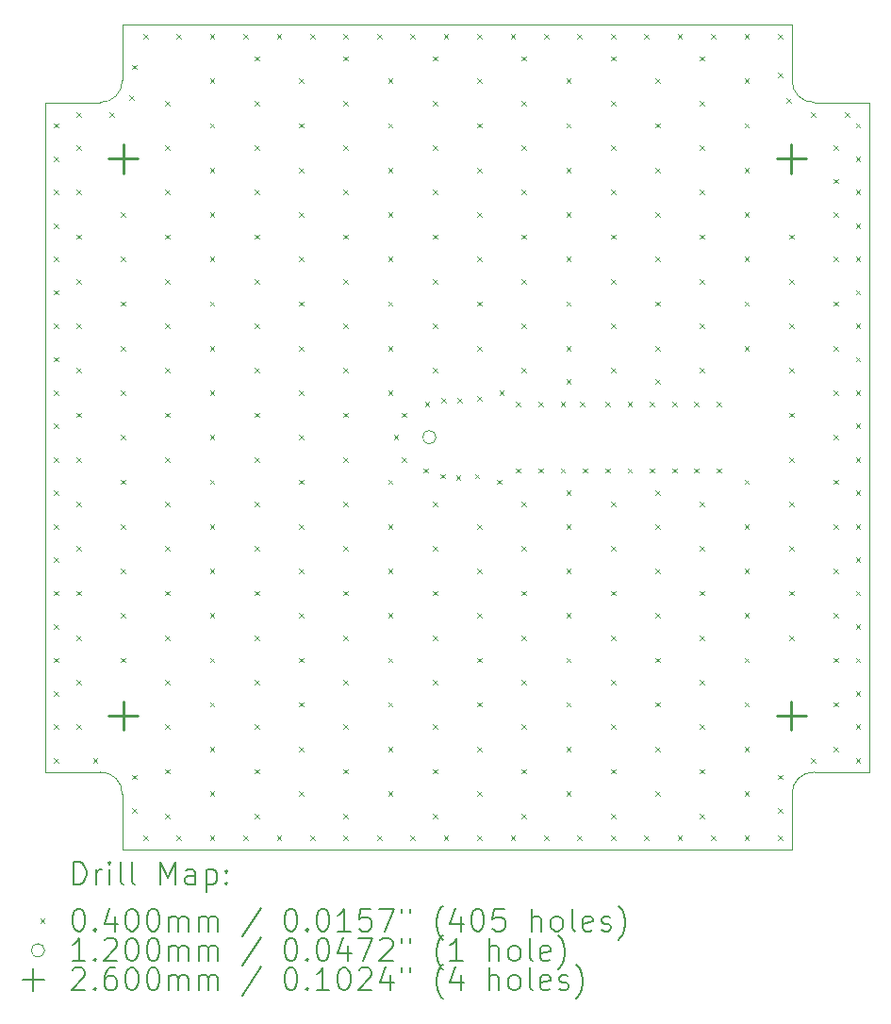
<source format=gbr>
%TF.GenerationSoftware,KiCad,Pcbnew,8.0.1*%
%TF.CreationDate,2024-07-18T17:37:09+01:00*%
%TF.ProjectId,patch-antenna-board,70617463-682d-4616-9e74-656e6e612d62,rev?*%
%TF.SameCoordinates,Original*%
%TF.FileFunction,Drillmap*%
%TF.FilePolarity,Positive*%
%FSLAX45Y45*%
G04 Gerber Fmt 4.5, Leading zero omitted, Abs format (unit mm)*
G04 Created by KiCad (PCBNEW 8.0.1) date 2024-07-18 17:37:09*
%MOMM*%
%LPD*%
G01*
G04 APERTURE LIST*
%ADD10C,0.050000*%
%ADD11C,0.200000*%
%ADD12C,0.100000*%
%ADD13C,0.120000*%
%ADD14C,0.260000*%
G04 APERTURE END LIST*
D10*
X13007000Y-13207000D02*
G75*
G02*
X13207000Y-13007000I194160J5840D01*
G01*
X6993000Y-6793000D02*
X6993000Y-6298000D01*
X13702000Y-6993000D02*
X13702000Y-13007000D01*
X6993000Y-13702000D02*
X13007000Y-13702000D01*
X6298000Y-6993000D02*
X6793000Y-6993000D01*
X13702000Y-13007000D02*
X13207000Y-13007000D01*
X6298000Y-6993000D02*
X6298000Y-13007000D01*
X6993000Y-13702000D02*
X6993000Y-13207000D01*
X13007000Y-6298000D02*
X13007000Y-6793000D01*
X13207000Y-6993000D02*
X13702000Y-6993000D01*
X13207000Y-6993000D02*
G75*
G02*
X13007000Y-6793000I-5840J194160D01*
G01*
X6793000Y-13007000D02*
X6298000Y-13007000D01*
X6993000Y-6298000D02*
X13007000Y-6298000D01*
X6993000Y-6793000D02*
G75*
G02*
X6793000Y-6993000I-194160J-5840D01*
G01*
X6793000Y-13007000D02*
G75*
G02*
X6993000Y-13207000I5840J-194160D01*
G01*
X13007000Y-13207000D02*
X13007000Y-13702000D01*
D11*
D12*
X6380000Y-7180000D02*
X6420000Y-7220000D01*
X6420000Y-7180000D02*
X6380000Y-7220000D01*
X6380000Y-7480000D02*
X6420000Y-7520000D01*
X6420000Y-7480000D02*
X6380000Y-7520000D01*
X6380000Y-7780000D02*
X6420000Y-7820000D01*
X6420000Y-7780000D02*
X6380000Y-7820000D01*
X6380000Y-8080000D02*
X6420000Y-8120000D01*
X6420000Y-8080000D02*
X6380000Y-8120000D01*
X6380000Y-8380000D02*
X6420000Y-8420000D01*
X6420000Y-8380000D02*
X6380000Y-8420000D01*
X6380000Y-8680000D02*
X6420000Y-8720000D01*
X6420000Y-8680000D02*
X6380000Y-8720000D01*
X6380000Y-8980000D02*
X6420000Y-9020000D01*
X6420000Y-8980000D02*
X6380000Y-9020000D01*
X6380000Y-9280000D02*
X6420000Y-9320000D01*
X6420000Y-9280000D02*
X6380000Y-9320000D01*
X6380000Y-9580000D02*
X6420000Y-9620000D01*
X6420000Y-9580000D02*
X6380000Y-9620000D01*
X6380000Y-9880000D02*
X6420000Y-9920000D01*
X6420000Y-9880000D02*
X6380000Y-9920000D01*
X6380000Y-10180000D02*
X6420000Y-10220000D01*
X6420000Y-10180000D02*
X6380000Y-10220000D01*
X6380000Y-10480000D02*
X6420000Y-10520000D01*
X6420000Y-10480000D02*
X6380000Y-10520000D01*
X6380000Y-10780000D02*
X6420000Y-10820000D01*
X6420000Y-10780000D02*
X6380000Y-10820000D01*
X6380000Y-11080000D02*
X6420000Y-11120000D01*
X6420000Y-11080000D02*
X6380000Y-11120000D01*
X6380000Y-11380000D02*
X6420000Y-11420000D01*
X6420000Y-11380000D02*
X6380000Y-11420000D01*
X6380000Y-11680000D02*
X6420000Y-11720000D01*
X6420000Y-11680000D02*
X6380000Y-11720000D01*
X6380000Y-11980000D02*
X6420000Y-12020000D01*
X6420000Y-11980000D02*
X6380000Y-12020000D01*
X6380000Y-12280000D02*
X6420000Y-12320000D01*
X6420000Y-12280000D02*
X6380000Y-12320000D01*
X6380000Y-12580000D02*
X6420000Y-12620000D01*
X6420000Y-12580000D02*
X6380000Y-12620000D01*
X6380000Y-12880000D02*
X6420000Y-12920000D01*
X6420000Y-12880000D02*
X6380000Y-12920000D01*
X6580000Y-7080000D02*
X6620000Y-7120000D01*
X6620000Y-7080000D02*
X6580000Y-7120000D01*
X6580000Y-7380000D02*
X6620000Y-7420000D01*
X6620000Y-7380000D02*
X6580000Y-7420000D01*
X6580000Y-7780000D02*
X6620000Y-7820000D01*
X6620000Y-7780000D02*
X6580000Y-7820000D01*
X6580000Y-8180000D02*
X6620000Y-8220000D01*
X6620000Y-8180000D02*
X6580000Y-8220000D01*
X6580000Y-8580000D02*
X6620000Y-8620000D01*
X6620000Y-8580000D02*
X6580000Y-8620000D01*
X6580000Y-8980000D02*
X6620000Y-9020000D01*
X6620000Y-8980000D02*
X6580000Y-9020000D01*
X6580000Y-9380000D02*
X6620000Y-9420000D01*
X6620000Y-9380000D02*
X6580000Y-9420000D01*
X6580000Y-9780000D02*
X6620000Y-9820000D01*
X6620000Y-9780000D02*
X6580000Y-9820000D01*
X6580000Y-10180000D02*
X6620000Y-10220000D01*
X6620000Y-10180000D02*
X6580000Y-10220000D01*
X6580000Y-10580000D02*
X6620000Y-10620000D01*
X6620000Y-10580000D02*
X6580000Y-10620000D01*
X6580000Y-10980000D02*
X6620000Y-11020000D01*
X6620000Y-10980000D02*
X6580000Y-11020000D01*
X6580000Y-11380000D02*
X6620000Y-11420000D01*
X6620000Y-11380000D02*
X6580000Y-11420000D01*
X6580000Y-11780000D02*
X6620000Y-11820000D01*
X6620000Y-11780000D02*
X6580000Y-11820000D01*
X6580000Y-12180000D02*
X6620000Y-12220000D01*
X6620000Y-12180000D02*
X6580000Y-12220000D01*
X6580000Y-12580000D02*
X6620000Y-12620000D01*
X6620000Y-12580000D02*
X6580000Y-12620000D01*
X6730000Y-12880000D02*
X6770000Y-12920000D01*
X6770000Y-12880000D02*
X6730000Y-12920000D01*
X6880000Y-7080000D02*
X6920000Y-7120000D01*
X6920000Y-7080000D02*
X6880000Y-7120000D01*
X6980000Y-7980000D02*
X7020000Y-8020000D01*
X7020000Y-7980000D02*
X6980000Y-8020000D01*
X6980000Y-8380000D02*
X7020000Y-8420000D01*
X7020000Y-8380000D02*
X6980000Y-8420000D01*
X6980000Y-8780000D02*
X7020000Y-8820000D01*
X7020000Y-8780000D02*
X6980000Y-8820000D01*
X6980000Y-9180000D02*
X7020000Y-9220000D01*
X7020000Y-9180000D02*
X6980000Y-9220000D01*
X6980000Y-9580000D02*
X7020000Y-9620000D01*
X7020000Y-9580000D02*
X6980000Y-9620000D01*
X6980000Y-9980000D02*
X7020000Y-10020000D01*
X7020000Y-9980000D02*
X6980000Y-10020000D01*
X6980000Y-10380000D02*
X7020000Y-10420000D01*
X7020000Y-10380000D02*
X6980000Y-10420000D01*
X6980000Y-10780000D02*
X7020000Y-10820000D01*
X7020000Y-10780000D02*
X6980000Y-10820000D01*
X6980000Y-11180000D02*
X7020000Y-11220000D01*
X7020000Y-11180000D02*
X6980000Y-11220000D01*
X6980000Y-11580000D02*
X7020000Y-11620000D01*
X7020000Y-11580000D02*
X6980000Y-11620000D01*
X6980000Y-11980000D02*
X7020000Y-12020000D01*
X7020000Y-11980000D02*
X6980000Y-12020000D01*
X7055000Y-6930000D02*
X7095000Y-6970000D01*
X7095000Y-6930000D02*
X7055000Y-6970000D01*
X7080000Y-6655000D02*
X7120000Y-6695000D01*
X7120000Y-6655000D02*
X7080000Y-6695000D01*
X7080000Y-13030000D02*
X7120000Y-13070000D01*
X7120000Y-13030000D02*
X7080000Y-13070000D01*
X7080000Y-13330000D02*
X7120000Y-13370000D01*
X7120000Y-13330000D02*
X7080000Y-13370000D01*
X7180000Y-6380000D02*
X7220000Y-6420000D01*
X7220000Y-6380000D02*
X7180000Y-6420000D01*
X7180000Y-13580000D02*
X7220000Y-13620000D01*
X7220000Y-13580000D02*
X7180000Y-13620000D01*
X7380000Y-6980000D02*
X7420000Y-7020000D01*
X7420000Y-6980000D02*
X7380000Y-7020000D01*
X7380000Y-7380000D02*
X7420000Y-7420000D01*
X7420000Y-7380000D02*
X7380000Y-7420000D01*
X7380000Y-7780000D02*
X7420000Y-7820000D01*
X7420000Y-7780000D02*
X7380000Y-7820000D01*
X7380000Y-8180000D02*
X7420000Y-8220000D01*
X7420000Y-8180000D02*
X7380000Y-8220000D01*
X7380000Y-8580000D02*
X7420000Y-8620000D01*
X7420000Y-8580000D02*
X7380000Y-8620000D01*
X7380000Y-8980000D02*
X7420000Y-9020000D01*
X7420000Y-8980000D02*
X7380000Y-9020000D01*
X7380000Y-9380000D02*
X7420000Y-9420000D01*
X7420000Y-9380000D02*
X7380000Y-9420000D01*
X7380000Y-9780000D02*
X7420000Y-9820000D01*
X7420000Y-9780000D02*
X7380000Y-9820000D01*
X7380000Y-10180000D02*
X7420000Y-10220000D01*
X7420000Y-10180000D02*
X7380000Y-10220000D01*
X7380000Y-10580000D02*
X7420000Y-10620000D01*
X7420000Y-10580000D02*
X7380000Y-10620000D01*
X7380000Y-10980000D02*
X7420000Y-11020000D01*
X7420000Y-10980000D02*
X7380000Y-11020000D01*
X7380000Y-11380000D02*
X7420000Y-11420000D01*
X7420000Y-11380000D02*
X7380000Y-11420000D01*
X7380000Y-11780000D02*
X7420000Y-11820000D01*
X7420000Y-11780000D02*
X7380000Y-11820000D01*
X7380000Y-12180000D02*
X7420000Y-12220000D01*
X7420000Y-12180000D02*
X7380000Y-12220000D01*
X7380000Y-12580000D02*
X7420000Y-12620000D01*
X7420000Y-12580000D02*
X7380000Y-12620000D01*
X7380000Y-12980000D02*
X7420000Y-13020000D01*
X7420000Y-12980000D02*
X7380000Y-13020000D01*
X7380000Y-13380000D02*
X7420000Y-13420000D01*
X7420000Y-13380000D02*
X7380000Y-13420000D01*
X7480000Y-6380000D02*
X7520000Y-6420000D01*
X7520000Y-6380000D02*
X7480000Y-6420000D01*
X7480000Y-13580000D02*
X7520000Y-13620000D01*
X7520000Y-13580000D02*
X7480000Y-13620000D01*
X7780000Y-6380000D02*
X7820000Y-6420000D01*
X7820000Y-6380000D02*
X7780000Y-6420000D01*
X7780000Y-6780000D02*
X7820000Y-6820000D01*
X7820000Y-6780000D02*
X7780000Y-6820000D01*
X7780000Y-7180000D02*
X7820000Y-7220000D01*
X7820000Y-7180000D02*
X7780000Y-7220000D01*
X7780000Y-7580000D02*
X7820000Y-7620000D01*
X7820000Y-7580000D02*
X7780000Y-7620000D01*
X7780000Y-7980000D02*
X7820000Y-8020000D01*
X7820000Y-7980000D02*
X7780000Y-8020000D01*
X7780000Y-8380000D02*
X7820000Y-8420000D01*
X7820000Y-8380000D02*
X7780000Y-8420000D01*
X7780000Y-8780000D02*
X7820000Y-8820000D01*
X7820000Y-8780000D02*
X7780000Y-8820000D01*
X7780000Y-9180000D02*
X7820000Y-9220000D01*
X7820000Y-9180000D02*
X7780000Y-9220000D01*
X7780000Y-9580000D02*
X7820000Y-9620000D01*
X7820000Y-9580000D02*
X7780000Y-9620000D01*
X7780000Y-9980000D02*
X7820000Y-10020000D01*
X7820000Y-9980000D02*
X7780000Y-10020000D01*
X7780000Y-10380000D02*
X7820000Y-10420000D01*
X7820000Y-10380000D02*
X7780000Y-10420000D01*
X7780000Y-10780000D02*
X7820000Y-10820000D01*
X7820000Y-10780000D02*
X7780000Y-10820000D01*
X7780000Y-11180000D02*
X7820000Y-11220000D01*
X7820000Y-11180000D02*
X7780000Y-11220000D01*
X7780000Y-11580000D02*
X7820000Y-11620000D01*
X7820000Y-11580000D02*
X7780000Y-11620000D01*
X7780000Y-11980000D02*
X7820000Y-12020000D01*
X7820000Y-11980000D02*
X7780000Y-12020000D01*
X7780000Y-12380000D02*
X7820000Y-12420000D01*
X7820000Y-12380000D02*
X7780000Y-12420000D01*
X7780000Y-12780000D02*
X7820000Y-12820000D01*
X7820000Y-12780000D02*
X7780000Y-12820000D01*
X7780000Y-13180000D02*
X7820000Y-13220000D01*
X7820000Y-13180000D02*
X7780000Y-13220000D01*
X7780000Y-13580000D02*
X7820000Y-13620000D01*
X7820000Y-13580000D02*
X7780000Y-13620000D01*
X8080000Y-6380000D02*
X8120000Y-6420000D01*
X8120000Y-6380000D02*
X8080000Y-6420000D01*
X8080000Y-13580000D02*
X8120000Y-13620000D01*
X8120000Y-13580000D02*
X8080000Y-13620000D01*
X8180000Y-6580000D02*
X8220000Y-6620000D01*
X8220000Y-6580000D02*
X8180000Y-6620000D01*
X8180000Y-6980000D02*
X8220000Y-7020000D01*
X8220000Y-6980000D02*
X8180000Y-7020000D01*
X8180000Y-7380000D02*
X8220000Y-7420000D01*
X8220000Y-7380000D02*
X8180000Y-7420000D01*
X8180000Y-7780000D02*
X8220000Y-7820000D01*
X8220000Y-7780000D02*
X8180000Y-7820000D01*
X8180000Y-8180000D02*
X8220000Y-8220000D01*
X8220000Y-8180000D02*
X8180000Y-8220000D01*
X8180000Y-8580000D02*
X8220000Y-8620000D01*
X8220000Y-8580000D02*
X8180000Y-8620000D01*
X8180000Y-8980000D02*
X8220000Y-9020000D01*
X8220000Y-8980000D02*
X8180000Y-9020000D01*
X8180000Y-9380000D02*
X8220000Y-9420000D01*
X8220000Y-9380000D02*
X8180000Y-9420000D01*
X8180000Y-9780000D02*
X8220000Y-9820000D01*
X8220000Y-9780000D02*
X8180000Y-9820000D01*
X8180000Y-10180000D02*
X8220000Y-10220000D01*
X8220000Y-10180000D02*
X8180000Y-10220000D01*
X8180000Y-10580000D02*
X8220000Y-10620000D01*
X8220000Y-10580000D02*
X8180000Y-10620000D01*
X8180000Y-10980000D02*
X8220000Y-11020000D01*
X8220000Y-10980000D02*
X8180000Y-11020000D01*
X8180000Y-11380000D02*
X8220000Y-11420000D01*
X8220000Y-11380000D02*
X8180000Y-11420000D01*
X8180000Y-11780000D02*
X8220000Y-11820000D01*
X8220000Y-11780000D02*
X8180000Y-11820000D01*
X8180000Y-12180000D02*
X8220000Y-12220000D01*
X8220000Y-12180000D02*
X8180000Y-12220000D01*
X8180000Y-12580000D02*
X8220000Y-12620000D01*
X8220000Y-12580000D02*
X8180000Y-12620000D01*
X8180000Y-12980000D02*
X8220000Y-13020000D01*
X8220000Y-12980000D02*
X8180000Y-13020000D01*
X8180000Y-13380000D02*
X8220000Y-13420000D01*
X8220000Y-13380000D02*
X8180000Y-13420000D01*
X8380000Y-6380000D02*
X8420000Y-6420000D01*
X8420000Y-6380000D02*
X8380000Y-6420000D01*
X8380000Y-13580000D02*
X8420000Y-13620000D01*
X8420000Y-13580000D02*
X8380000Y-13620000D01*
X8580000Y-6780000D02*
X8620000Y-6820000D01*
X8620000Y-6780000D02*
X8580000Y-6820000D01*
X8580000Y-7180000D02*
X8620000Y-7220000D01*
X8620000Y-7180000D02*
X8580000Y-7220000D01*
X8580000Y-7580000D02*
X8620000Y-7620000D01*
X8620000Y-7580000D02*
X8580000Y-7620000D01*
X8580000Y-7980000D02*
X8620000Y-8020000D01*
X8620000Y-7980000D02*
X8580000Y-8020000D01*
X8580000Y-8380000D02*
X8620000Y-8420000D01*
X8620000Y-8380000D02*
X8580000Y-8420000D01*
X8580000Y-8780000D02*
X8620000Y-8820000D01*
X8620000Y-8780000D02*
X8580000Y-8820000D01*
X8580000Y-9180000D02*
X8620000Y-9220000D01*
X8620000Y-9180000D02*
X8580000Y-9220000D01*
X8580000Y-9580000D02*
X8620000Y-9620000D01*
X8620000Y-9580000D02*
X8580000Y-9620000D01*
X8580000Y-9980000D02*
X8620000Y-10020000D01*
X8620000Y-9980000D02*
X8580000Y-10020000D01*
X8580000Y-10380000D02*
X8620000Y-10420000D01*
X8620000Y-10380000D02*
X8580000Y-10420000D01*
X8580000Y-10780000D02*
X8620000Y-10820000D01*
X8620000Y-10780000D02*
X8580000Y-10820000D01*
X8580000Y-11180000D02*
X8620000Y-11220000D01*
X8620000Y-11180000D02*
X8580000Y-11220000D01*
X8580000Y-11580000D02*
X8620000Y-11620000D01*
X8620000Y-11580000D02*
X8580000Y-11620000D01*
X8580000Y-11980000D02*
X8620000Y-12020000D01*
X8620000Y-11980000D02*
X8580000Y-12020000D01*
X8580000Y-12380000D02*
X8620000Y-12420000D01*
X8620000Y-12380000D02*
X8580000Y-12420000D01*
X8580000Y-12780000D02*
X8620000Y-12820000D01*
X8620000Y-12780000D02*
X8580000Y-12820000D01*
X8580000Y-13180000D02*
X8620000Y-13220000D01*
X8620000Y-13180000D02*
X8580000Y-13220000D01*
X8680000Y-6380000D02*
X8720000Y-6420000D01*
X8720000Y-6380000D02*
X8680000Y-6420000D01*
X8680000Y-13580000D02*
X8720000Y-13620000D01*
X8720000Y-13580000D02*
X8680000Y-13620000D01*
X8980000Y-6380000D02*
X9020000Y-6420000D01*
X9020000Y-6380000D02*
X8980000Y-6420000D01*
X8980000Y-6580000D02*
X9020000Y-6620000D01*
X9020000Y-6580000D02*
X8980000Y-6620000D01*
X8980000Y-6980000D02*
X9020000Y-7020000D01*
X9020000Y-6980000D02*
X8980000Y-7020000D01*
X8980000Y-7380000D02*
X9020000Y-7420000D01*
X9020000Y-7380000D02*
X8980000Y-7420000D01*
X8980000Y-7780000D02*
X9020000Y-7820000D01*
X9020000Y-7780000D02*
X8980000Y-7820000D01*
X8980000Y-8180000D02*
X9020000Y-8220000D01*
X9020000Y-8180000D02*
X8980000Y-8220000D01*
X8980000Y-8580000D02*
X9020000Y-8620000D01*
X9020000Y-8580000D02*
X8980000Y-8620000D01*
X8980000Y-8980000D02*
X9020000Y-9020000D01*
X9020000Y-8980000D02*
X8980000Y-9020000D01*
X8980000Y-9380000D02*
X9020000Y-9420000D01*
X9020000Y-9380000D02*
X8980000Y-9420000D01*
X8980000Y-9780000D02*
X9020000Y-9820000D01*
X9020000Y-9780000D02*
X8980000Y-9820000D01*
X8980000Y-10180000D02*
X9020000Y-10220000D01*
X9020000Y-10180000D02*
X8980000Y-10220000D01*
X8980000Y-10580000D02*
X9020000Y-10620000D01*
X9020000Y-10580000D02*
X8980000Y-10620000D01*
X8980000Y-10980000D02*
X9020000Y-11020000D01*
X9020000Y-10980000D02*
X8980000Y-11020000D01*
X8980000Y-11380000D02*
X9020000Y-11420000D01*
X9020000Y-11380000D02*
X8980000Y-11420000D01*
X8980000Y-11780000D02*
X9020000Y-11820000D01*
X9020000Y-11780000D02*
X8980000Y-11820000D01*
X8980000Y-12180000D02*
X9020000Y-12220000D01*
X9020000Y-12180000D02*
X8980000Y-12220000D01*
X8980000Y-12580000D02*
X9020000Y-12620000D01*
X9020000Y-12580000D02*
X8980000Y-12620000D01*
X8980000Y-12980000D02*
X9020000Y-13020000D01*
X9020000Y-12980000D02*
X8980000Y-13020000D01*
X8980000Y-13380000D02*
X9020000Y-13420000D01*
X9020000Y-13380000D02*
X8980000Y-13420000D01*
X8980000Y-13580000D02*
X9020000Y-13620000D01*
X9020000Y-13580000D02*
X8980000Y-13620000D01*
X9280000Y-6380000D02*
X9320000Y-6420000D01*
X9320000Y-6380000D02*
X9280000Y-6420000D01*
X9280000Y-13580000D02*
X9320000Y-13620000D01*
X9320000Y-13580000D02*
X9280000Y-13620000D01*
X9380000Y-6780000D02*
X9420000Y-6820000D01*
X9420000Y-6780000D02*
X9380000Y-6820000D01*
X9380000Y-7180000D02*
X9420000Y-7220000D01*
X9420000Y-7180000D02*
X9380000Y-7220000D01*
X9380000Y-7580000D02*
X9420000Y-7620000D01*
X9420000Y-7580000D02*
X9380000Y-7620000D01*
X9380000Y-7980000D02*
X9420000Y-8020000D01*
X9420000Y-7980000D02*
X9380000Y-8020000D01*
X9380000Y-8380000D02*
X9420000Y-8420000D01*
X9420000Y-8380000D02*
X9380000Y-8420000D01*
X9380000Y-8780000D02*
X9420000Y-8820000D01*
X9420000Y-8780000D02*
X9380000Y-8820000D01*
X9380000Y-9180000D02*
X9420000Y-9220000D01*
X9420000Y-9180000D02*
X9380000Y-9220000D01*
X9380000Y-9580000D02*
X9420000Y-9620000D01*
X9420000Y-9580000D02*
X9380000Y-9620000D01*
X9380000Y-10380000D02*
X9420000Y-10420000D01*
X9420000Y-10380000D02*
X9380000Y-10420000D01*
X9380000Y-10780000D02*
X9420000Y-10820000D01*
X9420000Y-10780000D02*
X9380000Y-10820000D01*
X9380000Y-11180000D02*
X9420000Y-11220000D01*
X9420000Y-11180000D02*
X9380000Y-11220000D01*
X9380000Y-11580000D02*
X9420000Y-11620000D01*
X9420000Y-11580000D02*
X9380000Y-11620000D01*
X9380000Y-11980000D02*
X9420000Y-12020000D01*
X9420000Y-11980000D02*
X9380000Y-12020000D01*
X9380000Y-12380000D02*
X9420000Y-12420000D01*
X9420000Y-12380000D02*
X9380000Y-12420000D01*
X9380000Y-12780000D02*
X9420000Y-12820000D01*
X9420000Y-12780000D02*
X9380000Y-12820000D01*
X9380000Y-13180000D02*
X9420000Y-13220000D01*
X9420000Y-13180000D02*
X9380000Y-13220000D01*
X9430000Y-9980000D02*
X9470000Y-10020000D01*
X9470000Y-9980000D02*
X9430000Y-10020000D01*
X9505000Y-9780000D02*
X9545000Y-9820000D01*
X9545000Y-9780000D02*
X9505000Y-9820000D01*
X9505000Y-10180000D02*
X9545000Y-10220000D01*
X9545000Y-10180000D02*
X9505000Y-10220000D01*
X9580000Y-6380000D02*
X9620000Y-6420000D01*
X9620000Y-6380000D02*
X9580000Y-6420000D01*
X9580000Y-13580000D02*
X9620000Y-13620000D01*
X9620000Y-13580000D02*
X9580000Y-13620000D01*
X9700000Y-10280000D02*
X9740000Y-10320000D01*
X9740000Y-10280000D02*
X9700000Y-10320000D01*
X9710000Y-9680000D02*
X9750000Y-9720000D01*
X9750000Y-9680000D02*
X9710000Y-9720000D01*
X9780000Y-6580000D02*
X9820000Y-6620000D01*
X9820000Y-6580000D02*
X9780000Y-6620000D01*
X9780000Y-6980000D02*
X9820000Y-7020000D01*
X9820000Y-6980000D02*
X9780000Y-7020000D01*
X9780000Y-7380000D02*
X9820000Y-7420000D01*
X9820000Y-7380000D02*
X9780000Y-7420000D01*
X9780000Y-7780000D02*
X9820000Y-7820000D01*
X9820000Y-7780000D02*
X9780000Y-7820000D01*
X9780000Y-8180000D02*
X9820000Y-8220000D01*
X9820000Y-8180000D02*
X9780000Y-8220000D01*
X9780000Y-8580000D02*
X9820000Y-8620000D01*
X9820000Y-8580000D02*
X9780000Y-8620000D01*
X9780000Y-8980000D02*
X9820000Y-9020000D01*
X9820000Y-8980000D02*
X9780000Y-9020000D01*
X9780000Y-9380000D02*
X9820000Y-9420000D01*
X9820000Y-9380000D02*
X9780000Y-9420000D01*
X9780000Y-10580000D02*
X9820000Y-10620000D01*
X9820000Y-10580000D02*
X9780000Y-10620000D01*
X9780000Y-10980000D02*
X9820000Y-11020000D01*
X9820000Y-10980000D02*
X9780000Y-11020000D01*
X9780000Y-11380000D02*
X9820000Y-11420000D01*
X9820000Y-11380000D02*
X9780000Y-11420000D01*
X9780000Y-11780000D02*
X9820000Y-11820000D01*
X9820000Y-11780000D02*
X9780000Y-11820000D01*
X9780000Y-12180000D02*
X9820000Y-12220000D01*
X9820000Y-12180000D02*
X9780000Y-12220000D01*
X9780000Y-12580000D02*
X9820000Y-12620000D01*
X9820000Y-12580000D02*
X9780000Y-12620000D01*
X9780000Y-12980000D02*
X9820000Y-13020000D01*
X9820000Y-12980000D02*
X9780000Y-13020000D01*
X9780000Y-13380000D02*
X9820000Y-13420000D01*
X9820000Y-13380000D02*
X9780000Y-13420000D01*
X9850000Y-10330000D02*
X9890000Y-10370000D01*
X9890000Y-10330000D02*
X9850000Y-10370000D01*
X9860000Y-9650000D02*
X9900000Y-9690000D01*
X9900000Y-9650000D02*
X9860000Y-9690000D01*
X9880000Y-6380000D02*
X9920000Y-6420000D01*
X9920000Y-6380000D02*
X9880000Y-6420000D01*
X9880000Y-13580000D02*
X9920000Y-13620000D01*
X9920000Y-13580000D02*
X9880000Y-13620000D01*
X9990000Y-10340000D02*
X10030000Y-10380000D01*
X10030000Y-10340000D02*
X9990000Y-10380000D01*
X10005000Y-9650000D02*
X10045000Y-9690000D01*
X10045000Y-9650000D02*
X10005000Y-9690000D01*
X10160000Y-10330000D02*
X10200000Y-10370000D01*
X10200000Y-10330000D02*
X10160000Y-10370000D01*
X10180000Y-6380000D02*
X10220000Y-6420000D01*
X10220000Y-6380000D02*
X10180000Y-6420000D01*
X10180000Y-6780000D02*
X10220000Y-6820000D01*
X10220000Y-6780000D02*
X10180000Y-6820000D01*
X10180000Y-7180000D02*
X10220000Y-7220000D01*
X10220000Y-7180000D02*
X10180000Y-7220000D01*
X10180000Y-7580000D02*
X10220000Y-7620000D01*
X10220000Y-7580000D02*
X10180000Y-7620000D01*
X10180000Y-7980000D02*
X10220000Y-8020000D01*
X10220000Y-7980000D02*
X10180000Y-8020000D01*
X10180000Y-8380000D02*
X10220000Y-8420000D01*
X10220000Y-8380000D02*
X10180000Y-8420000D01*
X10180000Y-8780000D02*
X10220000Y-8820000D01*
X10220000Y-8780000D02*
X10180000Y-8820000D01*
X10180000Y-9180000D02*
X10220000Y-9220000D01*
X10220000Y-9180000D02*
X10180000Y-9220000D01*
X10180000Y-9630000D02*
X10220000Y-9670000D01*
X10220000Y-9630000D02*
X10180000Y-9670000D01*
X10180000Y-10780000D02*
X10220000Y-10820000D01*
X10220000Y-10780000D02*
X10180000Y-10820000D01*
X10180000Y-11180000D02*
X10220000Y-11220000D01*
X10220000Y-11180000D02*
X10180000Y-11220000D01*
X10180000Y-11580000D02*
X10220000Y-11620000D01*
X10220000Y-11580000D02*
X10180000Y-11620000D01*
X10180000Y-11980000D02*
X10220000Y-12020000D01*
X10220000Y-11980000D02*
X10180000Y-12020000D01*
X10180000Y-12380000D02*
X10220000Y-12420000D01*
X10220000Y-12380000D02*
X10180000Y-12420000D01*
X10180000Y-12780000D02*
X10220000Y-12820000D01*
X10220000Y-12780000D02*
X10180000Y-12820000D01*
X10180000Y-13180000D02*
X10220000Y-13220000D01*
X10220000Y-13180000D02*
X10180000Y-13220000D01*
X10180000Y-13580000D02*
X10220000Y-13620000D01*
X10220000Y-13580000D02*
X10180000Y-13620000D01*
X10355000Y-10380000D02*
X10395000Y-10420000D01*
X10395000Y-10380000D02*
X10355000Y-10420000D01*
X10380000Y-9580000D02*
X10420000Y-9620000D01*
X10420000Y-9580000D02*
X10380000Y-9620000D01*
X10480000Y-6380000D02*
X10520000Y-6420000D01*
X10520000Y-6380000D02*
X10480000Y-6420000D01*
X10480000Y-13580000D02*
X10520000Y-13620000D01*
X10520000Y-13580000D02*
X10480000Y-13620000D01*
X10530000Y-9680000D02*
X10570000Y-9720000D01*
X10570000Y-9680000D02*
X10530000Y-9720000D01*
X10530000Y-10280000D02*
X10570000Y-10320000D01*
X10570000Y-10280000D02*
X10530000Y-10320000D01*
X10580000Y-6580000D02*
X10620000Y-6620000D01*
X10620000Y-6580000D02*
X10580000Y-6620000D01*
X10580000Y-6980000D02*
X10620000Y-7020000D01*
X10620000Y-6980000D02*
X10580000Y-7020000D01*
X10580000Y-7380000D02*
X10620000Y-7420000D01*
X10620000Y-7380000D02*
X10580000Y-7420000D01*
X10580000Y-7780000D02*
X10620000Y-7820000D01*
X10620000Y-7780000D02*
X10580000Y-7820000D01*
X10580000Y-8180000D02*
X10620000Y-8220000D01*
X10620000Y-8180000D02*
X10580000Y-8220000D01*
X10580000Y-8580000D02*
X10620000Y-8620000D01*
X10620000Y-8580000D02*
X10580000Y-8620000D01*
X10580000Y-8980000D02*
X10620000Y-9020000D01*
X10620000Y-8980000D02*
X10580000Y-9020000D01*
X10580000Y-9380000D02*
X10620000Y-9420000D01*
X10620000Y-9380000D02*
X10580000Y-9420000D01*
X10580000Y-10580000D02*
X10620000Y-10620000D01*
X10620000Y-10580000D02*
X10580000Y-10620000D01*
X10580000Y-10980000D02*
X10620000Y-11020000D01*
X10620000Y-10980000D02*
X10580000Y-11020000D01*
X10580000Y-11380000D02*
X10620000Y-11420000D01*
X10620000Y-11380000D02*
X10580000Y-11420000D01*
X10580000Y-11780000D02*
X10620000Y-11820000D01*
X10620000Y-11780000D02*
X10580000Y-11820000D01*
X10580000Y-12180000D02*
X10620000Y-12220000D01*
X10620000Y-12180000D02*
X10580000Y-12220000D01*
X10580000Y-12580000D02*
X10620000Y-12620000D01*
X10620000Y-12580000D02*
X10580000Y-12620000D01*
X10580000Y-12980000D02*
X10620000Y-13020000D01*
X10620000Y-12980000D02*
X10580000Y-13020000D01*
X10580000Y-13380000D02*
X10620000Y-13420000D01*
X10620000Y-13380000D02*
X10580000Y-13420000D01*
X10730000Y-9680000D02*
X10770000Y-9720000D01*
X10770000Y-9680000D02*
X10730000Y-9720000D01*
X10730000Y-10280000D02*
X10770000Y-10320000D01*
X10770000Y-10280000D02*
X10730000Y-10320000D01*
X10780000Y-6380000D02*
X10820000Y-6420000D01*
X10820000Y-6380000D02*
X10780000Y-6420000D01*
X10780000Y-13580000D02*
X10820000Y-13620000D01*
X10820000Y-13580000D02*
X10780000Y-13620000D01*
X10930000Y-9680000D02*
X10970000Y-9720000D01*
X10970000Y-9680000D02*
X10930000Y-9720000D01*
X10930000Y-10280000D02*
X10970000Y-10320000D01*
X10970000Y-10280000D02*
X10930000Y-10320000D01*
X10980000Y-6780000D02*
X11020000Y-6820000D01*
X11020000Y-6780000D02*
X10980000Y-6820000D01*
X10980000Y-7180000D02*
X11020000Y-7220000D01*
X11020000Y-7180000D02*
X10980000Y-7220000D01*
X10980000Y-7580000D02*
X11020000Y-7620000D01*
X11020000Y-7580000D02*
X10980000Y-7620000D01*
X10980000Y-7980000D02*
X11020000Y-8020000D01*
X11020000Y-7980000D02*
X10980000Y-8020000D01*
X10980000Y-8380000D02*
X11020000Y-8420000D01*
X11020000Y-8380000D02*
X10980000Y-8420000D01*
X10980000Y-8780000D02*
X11020000Y-8820000D01*
X11020000Y-8780000D02*
X10980000Y-8820000D01*
X10980000Y-9180000D02*
X11020000Y-9220000D01*
X11020000Y-9180000D02*
X10980000Y-9220000D01*
X10980000Y-9480000D02*
X11020000Y-9520000D01*
X11020000Y-9480000D02*
X10980000Y-9520000D01*
X10980000Y-10480000D02*
X11020000Y-10520000D01*
X11020000Y-10480000D02*
X10980000Y-10520000D01*
X10980000Y-10780000D02*
X11020000Y-10820000D01*
X11020000Y-10780000D02*
X10980000Y-10820000D01*
X10980000Y-11180000D02*
X11020000Y-11220000D01*
X11020000Y-11180000D02*
X10980000Y-11220000D01*
X10980000Y-11580000D02*
X11020000Y-11620000D01*
X11020000Y-11580000D02*
X10980000Y-11620000D01*
X10980000Y-11980000D02*
X11020000Y-12020000D01*
X11020000Y-11980000D02*
X10980000Y-12020000D01*
X10980000Y-12380000D02*
X11020000Y-12420000D01*
X11020000Y-12380000D02*
X10980000Y-12420000D01*
X10980000Y-12780000D02*
X11020000Y-12820000D01*
X11020000Y-12780000D02*
X10980000Y-12820000D01*
X10980000Y-13180000D02*
X11020000Y-13220000D01*
X11020000Y-13180000D02*
X10980000Y-13220000D01*
X11080000Y-6380000D02*
X11120000Y-6420000D01*
X11120000Y-6380000D02*
X11080000Y-6420000D01*
X11080000Y-13580000D02*
X11120000Y-13620000D01*
X11120000Y-13580000D02*
X11080000Y-13620000D01*
X11105000Y-9680000D02*
X11145000Y-9720000D01*
X11145000Y-9680000D02*
X11105000Y-9720000D01*
X11130000Y-10280000D02*
X11170000Y-10320000D01*
X11170000Y-10280000D02*
X11130000Y-10320000D01*
X11330000Y-9680000D02*
X11370000Y-9720000D01*
X11370000Y-9680000D02*
X11330000Y-9720000D01*
X11330000Y-10280000D02*
X11370000Y-10320000D01*
X11370000Y-10280000D02*
X11330000Y-10320000D01*
X11380000Y-6380000D02*
X11420000Y-6420000D01*
X11420000Y-6380000D02*
X11380000Y-6420000D01*
X11380000Y-6580000D02*
X11420000Y-6620000D01*
X11420000Y-6580000D02*
X11380000Y-6620000D01*
X11380000Y-6980000D02*
X11420000Y-7020000D01*
X11420000Y-6980000D02*
X11380000Y-7020000D01*
X11380000Y-7380000D02*
X11420000Y-7420000D01*
X11420000Y-7380000D02*
X11380000Y-7420000D01*
X11380000Y-7780000D02*
X11420000Y-7820000D01*
X11420000Y-7780000D02*
X11380000Y-7820000D01*
X11380000Y-8180000D02*
X11420000Y-8220000D01*
X11420000Y-8180000D02*
X11380000Y-8220000D01*
X11380000Y-8580000D02*
X11420000Y-8620000D01*
X11420000Y-8580000D02*
X11380000Y-8620000D01*
X11380000Y-8980000D02*
X11420000Y-9020000D01*
X11420000Y-8980000D02*
X11380000Y-9020000D01*
X11380000Y-9380000D02*
X11420000Y-9420000D01*
X11420000Y-9380000D02*
X11380000Y-9420000D01*
X11380000Y-10580000D02*
X11420000Y-10620000D01*
X11420000Y-10580000D02*
X11380000Y-10620000D01*
X11380000Y-10980000D02*
X11420000Y-11020000D01*
X11420000Y-10980000D02*
X11380000Y-11020000D01*
X11380000Y-11380000D02*
X11420000Y-11420000D01*
X11420000Y-11380000D02*
X11380000Y-11420000D01*
X11380000Y-11780000D02*
X11420000Y-11820000D01*
X11420000Y-11780000D02*
X11380000Y-11820000D01*
X11380000Y-12180000D02*
X11420000Y-12220000D01*
X11420000Y-12180000D02*
X11380000Y-12220000D01*
X11380000Y-12580000D02*
X11420000Y-12620000D01*
X11420000Y-12580000D02*
X11380000Y-12620000D01*
X11380000Y-12980000D02*
X11420000Y-13020000D01*
X11420000Y-12980000D02*
X11380000Y-13020000D01*
X11380000Y-13380000D02*
X11420000Y-13420000D01*
X11420000Y-13380000D02*
X11380000Y-13420000D01*
X11380000Y-13580000D02*
X11420000Y-13620000D01*
X11420000Y-13580000D02*
X11380000Y-13620000D01*
X11530000Y-9680000D02*
X11570000Y-9720000D01*
X11570000Y-9680000D02*
X11530000Y-9720000D01*
X11530000Y-10280000D02*
X11570000Y-10320000D01*
X11570000Y-10280000D02*
X11530000Y-10320000D01*
X11680000Y-6380000D02*
X11720000Y-6420000D01*
X11720000Y-6380000D02*
X11680000Y-6420000D01*
X11680000Y-13580000D02*
X11720000Y-13620000D01*
X11720000Y-13580000D02*
X11680000Y-13620000D01*
X11730000Y-9680000D02*
X11770000Y-9720000D01*
X11770000Y-9680000D02*
X11730000Y-9720000D01*
X11730000Y-10280000D02*
X11770000Y-10320000D01*
X11770000Y-10280000D02*
X11730000Y-10320000D01*
X11780000Y-6780000D02*
X11820000Y-6820000D01*
X11820000Y-6780000D02*
X11780000Y-6820000D01*
X11780000Y-7180000D02*
X11820000Y-7220000D01*
X11820000Y-7180000D02*
X11780000Y-7220000D01*
X11780000Y-7580000D02*
X11820000Y-7620000D01*
X11820000Y-7580000D02*
X11780000Y-7620000D01*
X11780000Y-7980000D02*
X11820000Y-8020000D01*
X11820000Y-7980000D02*
X11780000Y-8020000D01*
X11780000Y-8380000D02*
X11820000Y-8420000D01*
X11820000Y-8380000D02*
X11780000Y-8420000D01*
X11780000Y-8780000D02*
X11820000Y-8820000D01*
X11820000Y-8780000D02*
X11780000Y-8820000D01*
X11780000Y-9180000D02*
X11820000Y-9220000D01*
X11820000Y-9180000D02*
X11780000Y-9220000D01*
X11780000Y-9480000D02*
X11820000Y-9520000D01*
X11820000Y-9480000D02*
X11780000Y-9520000D01*
X11780000Y-10480000D02*
X11820000Y-10520000D01*
X11820000Y-10480000D02*
X11780000Y-10520000D01*
X11780000Y-10780000D02*
X11820000Y-10820000D01*
X11820000Y-10780000D02*
X11780000Y-10820000D01*
X11780000Y-11180000D02*
X11820000Y-11220000D01*
X11820000Y-11180000D02*
X11780000Y-11220000D01*
X11780000Y-11580000D02*
X11820000Y-11620000D01*
X11820000Y-11580000D02*
X11780000Y-11620000D01*
X11780000Y-11980000D02*
X11820000Y-12020000D01*
X11820000Y-11980000D02*
X11780000Y-12020000D01*
X11780000Y-12380000D02*
X11820000Y-12420000D01*
X11820000Y-12380000D02*
X11780000Y-12420000D01*
X11780000Y-12780000D02*
X11820000Y-12820000D01*
X11820000Y-12780000D02*
X11780000Y-12820000D01*
X11780000Y-13180000D02*
X11820000Y-13220000D01*
X11820000Y-13180000D02*
X11780000Y-13220000D01*
X11930000Y-9680000D02*
X11970000Y-9720000D01*
X11970000Y-9680000D02*
X11930000Y-9720000D01*
X11930000Y-10280000D02*
X11970000Y-10320000D01*
X11970000Y-10280000D02*
X11930000Y-10320000D01*
X11980000Y-6380000D02*
X12020000Y-6420000D01*
X12020000Y-6380000D02*
X11980000Y-6420000D01*
X11980000Y-13580000D02*
X12020000Y-13620000D01*
X12020000Y-13580000D02*
X11980000Y-13620000D01*
X12130000Y-9680000D02*
X12170000Y-9720000D01*
X12170000Y-9680000D02*
X12130000Y-9720000D01*
X12130000Y-10280000D02*
X12170000Y-10320000D01*
X12170000Y-10280000D02*
X12130000Y-10320000D01*
X12180000Y-6580000D02*
X12220000Y-6620000D01*
X12220000Y-6580000D02*
X12180000Y-6620000D01*
X12180000Y-6980000D02*
X12220000Y-7020000D01*
X12220000Y-6980000D02*
X12180000Y-7020000D01*
X12180000Y-7380000D02*
X12220000Y-7420000D01*
X12220000Y-7380000D02*
X12180000Y-7420000D01*
X12180000Y-7780000D02*
X12220000Y-7820000D01*
X12220000Y-7780000D02*
X12180000Y-7820000D01*
X12180000Y-8180000D02*
X12220000Y-8220000D01*
X12220000Y-8180000D02*
X12180000Y-8220000D01*
X12180000Y-8580000D02*
X12220000Y-8620000D01*
X12220000Y-8580000D02*
X12180000Y-8620000D01*
X12180000Y-8980000D02*
X12220000Y-9020000D01*
X12220000Y-8980000D02*
X12180000Y-9020000D01*
X12180000Y-9380000D02*
X12220000Y-9420000D01*
X12220000Y-9380000D02*
X12180000Y-9420000D01*
X12180000Y-10580000D02*
X12220000Y-10620000D01*
X12220000Y-10580000D02*
X12180000Y-10620000D01*
X12180000Y-10980000D02*
X12220000Y-11020000D01*
X12220000Y-10980000D02*
X12180000Y-11020000D01*
X12180000Y-11380000D02*
X12220000Y-11420000D01*
X12220000Y-11380000D02*
X12180000Y-11420000D01*
X12180000Y-11780000D02*
X12220000Y-11820000D01*
X12220000Y-11780000D02*
X12180000Y-11820000D01*
X12180000Y-12180000D02*
X12220000Y-12220000D01*
X12220000Y-12180000D02*
X12180000Y-12220000D01*
X12180000Y-12580000D02*
X12220000Y-12620000D01*
X12220000Y-12580000D02*
X12180000Y-12620000D01*
X12180000Y-12980000D02*
X12220000Y-13020000D01*
X12220000Y-12980000D02*
X12180000Y-13020000D01*
X12180000Y-13380000D02*
X12220000Y-13420000D01*
X12220000Y-13380000D02*
X12180000Y-13420000D01*
X12280000Y-6380000D02*
X12320000Y-6420000D01*
X12320000Y-6380000D02*
X12280000Y-6420000D01*
X12280000Y-13580000D02*
X12320000Y-13620000D01*
X12320000Y-13580000D02*
X12280000Y-13620000D01*
X12330000Y-9680000D02*
X12370000Y-9720000D01*
X12370000Y-9680000D02*
X12330000Y-9720000D01*
X12330000Y-10280000D02*
X12370000Y-10320000D01*
X12370000Y-10280000D02*
X12330000Y-10320000D01*
X12580000Y-6380000D02*
X12620000Y-6420000D01*
X12620000Y-6380000D02*
X12580000Y-6420000D01*
X12580000Y-6780000D02*
X12620000Y-6820000D01*
X12620000Y-6780000D02*
X12580000Y-6820000D01*
X12580000Y-7180000D02*
X12620000Y-7220000D01*
X12620000Y-7180000D02*
X12580000Y-7220000D01*
X12580000Y-7580000D02*
X12620000Y-7620000D01*
X12620000Y-7580000D02*
X12580000Y-7620000D01*
X12580000Y-7980000D02*
X12620000Y-8020000D01*
X12620000Y-7980000D02*
X12580000Y-8020000D01*
X12580000Y-8380000D02*
X12620000Y-8420000D01*
X12620000Y-8380000D02*
X12580000Y-8420000D01*
X12580000Y-8780000D02*
X12620000Y-8820000D01*
X12620000Y-8780000D02*
X12580000Y-8820000D01*
X12580000Y-9180000D02*
X12620000Y-9220000D01*
X12620000Y-9180000D02*
X12580000Y-9220000D01*
X12580000Y-10380000D02*
X12620000Y-10420000D01*
X12620000Y-10380000D02*
X12580000Y-10420000D01*
X12580000Y-10780000D02*
X12620000Y-10820000D01*
X12620000Y-10780000D02*
X12580000Y-10820000D01*
X12580000Y-11180000D02*
X12620000Y-11220000D01*
X12620000Y-11180000D02*
X12580000Y-11220000D01*
X12580000Y-11580000D02*
X12620000Y-11620000D01*
X12620000Y-11580000D02*
X12580000Y-11620000D01*
X12580000Y-11980000D02*
X12620000Y-12020000D01*
X12620000Y-11980000D02*
X12580000Y-12020000D01*
X12580000Y-12380000D02*
X12620000Y-12420000D01*
X12620000Y-12380000D02*
X12580000Y-12420000D01*
X12580000Y-12780000D02*
X12620000Y-12820000D01*
X12620000Y-12780000D02*
X12580000Y-12820000D01*
X12580000Y-13180000D02*
X12620000Y-13220000D01*
X12620000Y-13180000D02*
X12580000Y-13220000D01*
X12580000Y-13580000D02*
X12620000Y-13620000D01*
X12620000Y-13580000D02*
X12580000Y-13620000D01*
X12880000Y-6380000D02*
X12920000Y-6420000D01*
X12920000Y-6380000D02*
X12880000Y-6420000D01*
X12880000Y-6730000D02*
X12920000Y-6770000D01*
X12920000Y-6730000D02*
X12880000Y-6770000D01*
X12880000Y-13030000D02*
X12920000Y-13070000D01*
X12920000Y-13030000D02*
X12880000Y-13070000D01*
X12880000Y-13330000D02*
X12920000Y-13370000D01*
X12920000Y-13330000D02*
X12880000Y-13370000D01*
X12880000Y-13580000D02*
X12920000Y-13620000D01*
X12920000Y-13580000D02*
X12880000Y-13620000D01*
X12955000Y-6955000D02*
X12995000Y-6995000D01*
X12995000Y-6955000D02*
X12955000Y-6995000D01*
X12980000Y-8180000D02*
X13020000Y-8220000D01*
X13020000Y-8180000D02*
X12980000Y-8220000D01*
X12980000Y-8580000D02*
X13020000Y-8620000D01*
X13020000Y-8580000D02*
X12980000Y-8620000D01*
X12980000Y-8980000D02*
X13020000Y-9020000D01*
X13020000Y-8980000D02*
X12980000Y-9020000D01*
X12980000Y-9380000D02*
X13020000Y-9420000D01*
X13020000Y-9380000D02*
X12980000Y-9420000D01*
X12980000Y-9780000D02*
X13020000Y-9820000D01*
X13020000Y-9780000D02*
X12980000Y-9820000D01*
X12980000Y-10180000D02*
X13020000Y-10220000D01*
X13020000Y-10180000D02*
X12980000Y-10220000D01*
X12980000Y-10580000D02*
X13020000Y-10620000D01*
X13020000Y-10580000D02*
X12980000Y-10620000D01*
X12980000Y-10980000D02*
X13020000Y-11020000D01*
X13020000Y-10980000D02*
X12980000Y-11020000D01*
X12980000Y-11380000D02*
X13020000Y-11420000D01*
X13020000Y-11380000D02*
X12980000Y-11420000D01*
X12980000Y-11780000D02*
X13020000Y-11820000D01*
X13020000Y-11780000D02*
X12980000Y-11820000D01*
X13180000Y-7080000D02*
X13220000Y-7120000D01*
X13220000Y-7080000D02*
X13180000Y-7120000D01*
X13180000Y-12880000D02*
X13220000Y-12920000D01*
X13220000Y-12880000D02*
X13180000Y-12920000D01*
X13380000Y-7380000D02*
X13420000Y-7420000D01*
X13420000Y-7380000D02*
X13380000Y-7420000D01*
X13380000Y-7680000D02*
X13420000Y-7720000D01*
X13420000Y-7680000D02*
X13380000Y-7720000D01*
X13380000Y-7980000D02*
X13420000Y-8020000D01*
X13420000Y-7980000D02*
X13380000Y-8020000D01*
X13380000Y-8380000D02*
X13420000Y-8420000D01*
X13420000Y-8380000D02*
X13380000Y-8420000D01*
X13380000Y-8780000D02*
X13420000Y-8820000D01*
X13420000Y-8780000D02*
X13380000Y-8820000D01*
X13380000Y-9180000D02*
X13420000Y-9220000D01*
X13420000Y-9180000D02*
X13380000Y-9220000D01*
X13380000Y-9580000D02*
X13420000Y-9620000D01*
X13420000Y-9580000D02*
X13380000Y-9620000D01*
X13380000Y-9980000D02*
X13420000Y-10020000D01*
X13420000Y-9980000D02*
X13380000Y-10020000D01*
X13380000Y-10380000D02*
X13420000Y-10420000D01*
X13420000Y-10380000D02*
X13380000Y-10420000D01*
X13380000Y-10780000D02*
X13420000Y-10820000D01*
X13420000Y-10780000D02*
X13380000Y-10820000D01*
X13380000Y-11180000D02*
X13420000Y-11220000D01*
X13420000Y-11180000D02*
X13380000Y-11220000D01*
X13380000Y-11580000D02*
X13420000Y-11620000D01*
X13420000Y-11580000D02*
X13380000Y-11620000D01*
X13380000Y-11980000D02*
X13420000Y-12020000D01*
X13420000Y-11980000D02*
X13380000Y-12020000D01*
X13380000Y-12380000D02*
X13420000Y-12420000D01*
X13420000Y-12380000D02*
X13380000Y-12420000D01*
X13380000Y-12780000D02*
X13420000Y-12820000D01*
X13420000Y-12780000D02*
X13380000Y-12820000D01*
X13480000Y-7080000D02*
X13520000Y-7120000D01*
X13520000Y-7080000D02*
X13480000Y-7120000D01*
X13580000Y-7180000D02*
X13620000Y-7220000D01*
X13620000Y-7180000D02*
X13580000Y-7220000D01*
X13580000Y-7480000D02*
X13620000Y-7520000D01*
X13620000Y-7480000D02*
X13580000Y-7520000D01*
X13580000Y-7780000D02*
X13620000Y-7820000D01*
X13620000Y-7780000D02*
X13580000Y-7820000D01*
X13580000Y-8080000D02*
X13620000Y-8120000D01*
X13620000Y-8080000D02*
X13580000Y-8120000D01*
X13580000Y-8380000D02*
X13620000Y-8420000D01*
X13620000Y-8380000D02*
X13580000Y-8420000D01*
X13580000Y-8680000D02*
X13620000Y-8720000D01*
X13620000Y-8680000D02*
X13580000Y-8720000D01*
X13580000Y-8980000D02*
X13620000Y-9020000D01*
X13620000Y-8980000D02*
X13580000Y-9020000D01*
X13580000Y-9280000D02*
X13620000Y-9320000D01*
X13620000Y-9280000D02*
X13580000Y-9320000D01*
X13580000Y-9580000D02*
X13620000Y-9620000D01*
X13620000Y-9580000D02*
X13580000Y-9620000D01*
X13580000Y-9880000D02*
X13620000Y-9920000D01*
X13620000Y-9880000D02*
X13580000Y-9920000D01*
X13580000Y-10180000D02*
X13620000Y-10220000D01*
X13620000Y-10180000D02*
X13580000Y-10220000D01*
X13580000Y-10480000D02*
X13620000Y-10520000D01*
X13620000Y-10480000D02*
X13580000Y-10520000D01*
X13580000Y-10780000D02*
X13620000Y-10820000D01*
X13620000Y-10780000D02*
X13580000Y-10820000D01*
X13580000Y-11080000D02*
X13620000Y-11120000D01*
X13620000Y-11080000D02*
X13580000Y-11120000D01*
X13580000Y-11380000D02*
X13620000Y-11420000D01*
X13620000Y-11380000D02*
X13580000Y-11420000D01*
X13580000Y-11680000D02*
X13620000Y-11720000D01*
X13620000Y-11680000D02*
X13580000Y-11720000D01*
X13580000Y-11980000D02*
X13620000Y-12020000D01*
X13620000Y-11980000D02*
X13580000Y-12020000D01*
X13580000Y-12280000D02*
X13620000Y-12320000D01*
X13620000Y-12280000D02*
X13580000Y-12320000D01*
X13580000Y-12580000D02*
X13620000Y-12620000D01*
X13620000Y-12580000D02*
X13580000Y-12620000D01*
X13580000Y-12880000D02*
X13620000Y-12920000D01*
X13620000Y-12880000D02*
X13580000Y-12920000D01*
D13*
X9810000Y-10000000D02*
G75*
G02*
X9690000Y-10000000I-60000J0D01*
G01*
X9690000Y-10000000D02*
G75*
G02*
X9810000Y-10000000I60000J0D01*
G01*
D14*
X7000000Y-7370000D02*
X7000000Y-7630000D01*
X6870000Y-7500000D02*
X7130000Y-7500000D01*
X7000000Y-12370000D02*
X7000000Y-12630000D01*
X6870000Y-12500000D02*
X7130000Y-12500000D01*
X13000000Y-7370000D02*
X13000000Y-7630000D01*
X12870000Y-7500000D02*
X13130000Y-7500000D01*
X13000000Y-12370000D02*
X13000000Y-12630000D01*
X12870000Y-12500000D02*
X13130000Y-12500000D01*
D11*
X6556277Y-14015984D02*
X6556277Y-13815984D01*
X6556277Y-13815984D02*
X6603896Y-13815984D01*
X6603896Y-13815984D02*
X6632467Y-13825508D01*
X6632467Y-13825508D02*
X6651515Y-13844555D01*
X6651515Y-13844555D02*
X6661039Y-13863603D01*
X6661039Y-13863603D02*
X6670562Y-13901698D01*
X6670562Y-13901698D02*
X6670562Y-13930269D01*
X6670562Y-13930269D02*
X6661039Y-13968365D01*
X6661039Y-13968365D02*
X6651515Y-13987412D01*
X6651515Y-13987412D02*
X6632467Y-14006460D01*
X6632467Y-14006460D02*
X6603896Y-14015984D01*
X6603896Y-14015984D02*
X6556277Y-14015984D01*
X6756277Y-14015984D02*
X6756277Y-13882650D01*
X6756277Y-13920746D02*
X6765801Y-13901698D01*
X6765801Y-13901698D02*
X6775324Y-13892174D01*
X6775324Y-13892174D02*
X6794372Y-13882650D01*
X6794372Y-13882650D02*
X6813420Y-13882650D01*
X6880086Y-14015984D02*
X6880086Y-13882650D01*
X6880086Y-13815984D02*
X6870562Y-13825508D01*
X6870562Y-13825508D02*
X6880086Y-13835031D01*
X6880086Y-13835031D02*
X6889610Y-13825508D01*
X6889610Y-13825508D02*
X6880086Y-13815984D01*
X6880086Y-13815984D02*
X6880086Y-13835031D01*
X7003896Y-14015984D02*
X6984848Y-14006460D01*
X6984848Y-14006460D02*
X6975324Y-13987412D01*
X6975324Y-13987412D02*
X6975324Y-13815984D01*
X7108658Y-14015984D02*
X7089610Y-14006460D01*
X7089610Y-14006460D02*
X7080086Y-13987412D01*
X7080086Y-13987412D02*
X7080086Y-13815984D01*
X7337229Y-14015984D02*
X7337229Y-13815984D01*
X7337229Y-13815984D02*
X7403896Y-13958841D01*
X7403896Y-13958841D02*
X7470562Y-13815984D01*
X7470562Y-13815984D02*
X7470562Y-14015984D01*
X7651515Y-14015984D02*
X7651515Y-13911222D01*
X7651515Y-13911222D02*
X7641991Y-13892174D01*
X7641991Y-13892174D02*
X7622943Y-13882650D01*
X7622943Y-13882650D02*
X7584848Y-13882650D01*
X7584848Y-13882650D02*
X7565801Y-13892174D01*
X7651515Y-14006460D02*
X7632467Y-14015984D01*
X7632467Y-14015984D02*
X7584848Y-14015984D01*
X7584848Y-14015984D02*
X7565801Y-14006460D01*
X7565801Y-14006460D02*
X7556277Y-13987412D01*
X7556277Y-13987412D02*
X7556277Y-13968365D01*
X7556277Y-13968365D02*
X7565801Y-13949317D01*
X7565801Y-13949317D02*
X7584848Y-13939793D01*
X7584848Y-13939793D02*
X7632467Y-13939793D01*
X7632467Y-13939793D02*
X7651515Y-13930269D01*
X7746753Y-13882650D02*
X7746753Y-14082650D01*
X7746753Y-13892174D02*
X7765801Y-13882650D01*
X7765801Y-13882650D02*
X7803896Y-13882650D01*
X7803896Y-13882650D02*
X7822943Y-13892174D01*
X7822943Y-13892174D02*
X7832467Y-13901698D01*
X7832467Y-13901698D02*
X7841991Y-13920746D01*
X7841991Y-13920746D02*
X7841991Y-13977888D01*
X7841991Y-13977888D02*
X7832467Y-13996936D01*
X7832467Y-13996936D02*
X7822943Y-14006460D01*
X7822943Y-14006460D02*
X7803896Y-14015984D01*
X7803896Y-14015984D02*
X7765801Y-14015984D01*
X7765801Y-14015984D02*
X7746753Y-14006460D01*
X7927705Y-13996936D02*
X7937229Y-14006460D01*
X7937229Y-14006460D02*
X7927705Y-14015984D01*
X7927705Y-14015984D02*
X7918182Y-14006460D01*
X7918182Y-14006460D02*
X7927705Y-13996936D01*
X7927705Y-13996936D02*
X7927705Y-14015984D01*
X7927705Y-13892174D02*
X7937229Y-13901698D01*
X7937229Y-13901698D02*
X7927705Y-13911222D01*
X7927705Y-13911222D02*
X7918182Y-13901698D01*
X7918182Y-13901698D02*
X7927705Y-13892174D01*
X7927705Y-13892174D02*
X7927705Y-13911222D01*
D12*
X6255500Y-14324500D02*
X6295500Y-14364500D01*
X6295500Y-14324500D02*
X6255500Y-14364500D01*
D11*
X6594372Y-14235984D02*
X6613420Y-14235984D01*
X6613420Y-14235984D02*
X6632467Y-14245508D01*
X6632467Y-14245508D02*
X6641991Y-14255031D01*
X6641991Y-14255031D02*
X6651515Y-14274079D01*
X6651515Y-14274079D02*
X6661039Y-14312174D01*
X6661039Y-14312174D02*
X6661039Y-14359793D01*
X6661039Y-14359793D02*
X6651515Y-14397888D01*
X6651515Y-14397888D02*
X6641991Y-14416936D01*
X6641991Y-14416936D02*
X6632467Y-14426460D01*
X6632467Y-14426460D02*
X6613420Y-14435984D01*
X6613420Y-14435984D02*
X6594372Y-14435984D01*
X6594372Y-14435984D02*
X6575324Y-14426460D01*
X6575324Y-14426460D02*
X6565801Y-14416936D01*
X6565801Y-14416936D02*
X6556277Y-14397888D01*
X6556277Y-14397888D02*
X6546753Y-14359793D01*
X6546753Y-14359793D02*
X6546753Y-14312174D01*
X6546753Y-14312174D02*
X6556277Y-14274079D01*
X6556277Y-14274079D02*
X6565801Y-14255031D01*
X6565801Y-14255031D02*
X6575324Y-14245508D01*
X6575324Y-14245508D02*
X6594372Y-14235984D01*
X6746753Y-14416936D02*
X6756277Y-14426460D01*
X6756277Y-14426460D02*
X6746753Y-14435984D01*
X6746753Y-14435984D02*
X6737229Y-14426460D01*
X6737229Y-14426460D02*
X6746753Y-14416936D01*
X6746753Y-14416936D02*
X6746753Y-14435984D01*
X6927705Y-14302650D02*
X6927705Y-14435984D01*
X6880086Y-14226460D02*
X6832467Y-14369317D01*
X6832467Y-14369317D02*
X6956277Y-14369317D01*
X7070562Y-14235984D02*
X7089610Y-14235984D01*
X7089610Y-14235984D02*
X7108658Y-14245508D01*
X7108658Y-14245508D02*
X7118182Y-14255031D01*
X7118182Y-14255031D02*
X7127705Y-14274079D01*
X7127705Y-14274079D02*
X7137229Y-14312174D01*
X7137229Y-14312174D02*
X7137229Y-14359793D01*
X7137229Y-14359793D02*
X7127705Y-14397888D01*
X7127705Y-14397888D02*
X7118182Y-14416936D01*
X7118182Y-14416936D02*
X7108658Y-14426460D01*
X7108658Y-14426460D02*
X7089610Y-14435984D01*
X7089610Y-14435984D02*
X7070562Y-14435984D01*
X7070562Y-14435984D02*
X7051515Y-14426460D01*
X7051515Y-14426460D02*
X7041991Y-14416936D01*
X7041991Y-14416936D02*
X7032467Y-14397888D01*
X7032467Y-14397888D02*
X7022943Y-14359793D01*
X7022943Y-14359793D02*
X7022943Y-14312174D01*
X7022943Y-14312174D02*
X7032467Y-14274079D01*
X7032467Y-14274079D02*
X7041991Y-14255031D01*
X7041991Y-14255031D02*
X7051515Y-14245508D01*
X7051515Y-14245508D02*
X7070562Y-14235984D01*
X7261039Y-14235984D02*
X7280086Y-14235984D01*
X7280086Y-14235984D02*
X7299134Y-14245508D01*
X7299134Y-14245508D02*
X7308658Y-14255031D01*
X7308658Y-14255031D02*
X7318182Y-14274079D01*
X7318182Y-14274079D02*
X7327705Y-14312174D01*
X7327705Y-14312174D02*
X7327705Y-14359793D01*
X7327705Y-14359793D02*
X7318182Y-14397888D01*
X7318182Y-14397888D02*
X7308658Y-14416936D01*
X7308658Y-14416936D02*
X7299134Y-14426460D01*
X7299134Y-14426460D02*
X7280086Y-14435984D01*
X7280086Y-14435984D02*
X7261039Y-14435984D01*
X7261039Y-14435984D02*
X7241991Y-14426460D01*
X7241991Y-14426460D02*
X7232467Y-14416936D01*
X7232467Y-14416936D02*
X7222943Y-14397888D01*
X7222943Y-14397888D02*
X7213420Y-14359793D01*
X7213420Y-14359793D02*
X7213420Y-14312174D01*
X7213420Y-14312174D02*
X7222943Y-14274079D01*
X7222943Y-14274079D02*
X7232467Y-14255031D01*
X7232467Y-14255031D02*
X7241991Y-14245508D01*
X7241991Y-14245508D02*
X7261039Y-14235984D01*
X7413420Y-14435984D02*
X7413420Y-14302650D01*
X7413420Y-14321698D02*
X7422943Y-14312174D01*
X7422943Y-14312174D02*
X7441991Y-14302650D01*
X7441991Y-14302650D02*
X7470563Y-14302650D01*
X7470563Y-14302650D02*
X7489610Y-14312174D01*
X7489610Y-14312174D02*
X7499134Y-14331222D01*
X7499134Y-14331222D02*
X7499134Y-14435984D01*
X7499134Y-14331222D02*
X7508658Y-14312174D01*
X7508658Y-14312174D02*
X7527705Y-14302650D01*
X7527705Y-14302650D02*
X7556277Y-14302650D01*
X7556277Y-14302650D02*
X7575324Y-14312174D01*
X7575324Y-14312174D02*
X7584848Y-14331222D01*
X7584848Y-14331222D02*
X7584848Y-14435984D01*
X7680086Y-14435984D02*
X7680086Y-14302650D01*
X7680086Y-14321698D02*
X7689610Y-14312174D01*
X7689610Y-14312174D02*
X7708658Y-14302650D01*
X7708658Y-14302650D02*
X7737229Y-14302650D01*
X7737229Y-14302650D02*
X7756277Y-14312174D01*
X7756277Y-14312174D02*
X7765801Y-14331222D01*
X7765801Y-14331222D02*
X7765801Y-14435984D01*
X7765801Y-14331222D02*
X7775324Y-14312174D01*
X7775324Y-14312174D02*
X7794372Y-14302650D01*
X7794372Y-14302650D02*
X7822943Y-14302650D01*
X7822943Y-14302650D02*
X7841991Y-14312174D01*
X7841991Y-14312174D02*
X7851515Y-14331222D01*
X7851515Y-14331222D02*
X7851515Y-14435984D01*
X8241991Y-14226460D02*
X8070563Y-14483603D01*
X8499134Y-14235984D02*
X8518182Y-14235984D01*
X8518182Y-14235984D02*
X8537229Y-14245508D01*
X8537229Y-14245508D02*
X8546753Y-14255031D01*
X8546753Y-14255031D02*
X8556277Y-14274079D01*
X8556277Y-14274079D02*
X8565801Y-14312174D01*
X8565801Y-14312174D02*
X8565801Y-14359793D01*
X8565801Y-14359793D02*
X8556277Y-14397888D01*
X8556277Y-14397888D02*
X8546753Y-14416936D01*
X8546753Y-14416936D02*
X8537229Y-14426460D01*
X8537229Y-14426460D02*
X8518182Y-14435984D01*
X8518182Y-14435984D02*
X8499134Y-14435984D01*
X8499134Y-14435984D02*
X8480087Y-14426460D01*
X8480087Y-14426460D02*
X8470563Y-14416936D01*
X8470563Y-14416936D02*
X8461039Y-14397888D01*
X8461039Y-14397888D02*
X8451515Y-14359793D01*
X8451515Y-14359793D02*
X8451515Y-14312174D01*
X8451515Y-14312174D02*
X8461039Y-14274079D01*
X8461039Y-14274079D02*
X8470563Y-14255031D01*
X8470563Y-14255031D02*
X8480087Y-14245508D01*
X8480087Y-14245508D02*
X8499134Y-14235984D01*
X8651515Y-14416936D02*
X8661039Y-14426460D01*
X8661039Y-14426460D02*
X8651515Y-14435984D01*
X8651515Y-14435984D02*
X8641991Y-14426460D01*
X8641991Y-14426460D02*
X8651515Y-14416936D01*
X8651515Y-14416936D02*
X8651515Y-14435984D01*
X8784848Y-14235984D02*
X8803896Y-14235984D01*
X8803896Y-14235984D02*
X8822944Y-14245508D01*
X8822944Y-14245508D02*
X8832468Y-14255031D01*
X8832468Y-14255031D02*
X8841991Y-14274079D01*
X8841991Y-14274079D02*
X8851515Y-14312174D01*
X8851515Y-14312174D02*
X8851515Y-14359793D01*
X8851515Y-14359793D02*
X8841991Y-14397888D01*
X8841991Y-14397888D02*
X8832468Y-14416936D01*
X8832468Y-14416936D02*
X8822944Y-14426460D01*
X8822944Y-14426460D02*
X8803896Y-14435984D01*
X8803896Y-14435984D02*
X8784848Y-14435984D01*
X8784848Y-14435984D02*
X8765801Y-14426460D01*
X8765801Y-14426460D02*
X8756277Y-14416936D01*
X8756277Y-14416936D02*
X8746753Y-14397888D01*
X8746753Y-14397888D02*
X8737229Y-14359793D01*
X8737229Y-14359793D02*
X8737229Y-14312174D01*
X8737229Y-14312174D02*
X8746753Y-14274079D01*
X8746753Y-14274079D02*
X8756277Y-14255031D01*
X8756277Y-14255031D02*
X8765801Y-14245508D01*
X8765801Y-14245508D02*
X8784848Y-14235984D01*
X9041991Y-14435984D02*
X8927706Y-14435984D01*
X8984848Y-14435984D02*
X8984848Y-14235984D01*
X8984848Y-14235984D02*
X8965801Y-14264555D01*
X8965801Y-14264555D02*
X8946753Y-14283603D01*
X8946753Y-14283603D02*
X8927706Y-14293127D01*
X9222944Y-14235984D02*
X9127706Y-14235984D01*
X9127706Y-14235984D02*
X9118182Y-14331222D01*
X9118182Y-14331222D02*
X9127706Y-14321698D01*
X9127706Y-14321698D02*
X9146753Y-14312174D01*
X9146753Y-14312174D02*
X9194372Y-14312174D01*
X9194372Y-14312174D02*
X9213420Y-14321698D01*
X9213420Y-14321698D02*
X9222944Y-14331222D01*
X9222944Y-14331222D02*
X9232468Y-14350269D01*
X9232468Y-14350269D02*
X9232468Y-14397888D01*
X9232468Y-14397888D02*
X9222944Y-14416936D01*
X9222944Y-14416936D02*
X9213420Y-14426460D01*
X9213420Y-14426460D02*
X9194372Y-14435984D01*
X9194372Y-14435984D02*
X9146753Y-14435984D01*
X9146753Y-14435984D02*
X9127706Y-14426460D01*
X9127706Y-14426460D02*
X9118182Y-14416936D01*
X9299134Y-14235984D02*
X9432468Y-14235984D01*
X9432468Y-14235984D02*
X9346753Y-14435984D01*
X9499134Y-14235984D02*
X9499134Y-14274079D01*
X9575325Y-14235984D02*
X9575325Y-14274079D01*
X9870563Y-14512174D02*
X9861039Y-14502650D01*
X9861039Y-14502650D02*
X9841991Y-14474079D01*
X9841991Y-14474079D02*
X9832468Y-14455031D01*
X9832468Y-14455031D02*
X9822944Y-14426460D01*
X9822944Y-14426460D02*
X9813420Y-14378841D01*
X9813420Y-14378841D02*
X9813420Y-14340746D01*
X9813420Y-14340746D02*
X9822944Y-14293127D01*
X9822944Y-14293127D02*
X9832468Y-14264555D01*
X9832468Y-14264555D02*
X9841991Y-14245508D01*
X9841991Y-14245508D02*
X9861039Y-14216936D01*
X9861039Y-14216936D02*
X9870563Y-14207412D01*
X10032468Y-14302650D02*
X10032468Y-14435984D01*
X9984849Y-14226460D02*
X9937230Y-14369317D01*
X9937230Y-14369317D02*
X10061039Y-14369317D01*
X10175325Y-14235984D02*
X10194372Y-14235984D01*
X10194372Y-14235984D02*
X10213420Y-14245508D01*
X10213420Y-14245508D02*
X10222944Y-14255031D01*
X10222944Y-14255031D02*
X10232468Y-14274079D01*
X10232468Y-14274079D02*
X10241991Y-14312174D01*
X10241991Y-14312174D02*
X10241991Y-14359793D01*
X10241991Y-14359793D02*
X10232468Y-14397888D01*
X10232468Y-14397888D02*
X10222944Y-14416936D01*
X10222944Y-14416936D02*
X10213420Y-14426460D01*
X10213420Y-14426460D02*
X10194372Y-14435984D01*
X10194372Y-14435984D02*
X10175325Y-14435984D01*
X10175325Y-14435984D02*
X10156277Y-14426460D01*
X10156277Y-14426460D02*
X10146753Y-14416936D01*
X10146753Y-14416936D02*
X10137230Y-14397888D01*
X10137230Y-14397888D02*
X10127706Y-14359793D01*
X10127706Y-14359793D02*
X10127706Y-14312174D01*
X10127706Y-14312174D02*
X10137230Y-14274079D01*
X10137230Y-14274079D02*
X10146753Y-14255031D01*
X10146753Y-14255031D02*
X10156277Y-14245508D01*
X10156277Y-14245508D02*
X10175325Y-14235984D01*
X10422944Y-14235984D02*
X10327706Y-14235984D01*
X10327706Y-14235984D02*
X10318182Y-14331222D01*
X10318182Y-14331222D02*
X10327706Y-14321698D01*
X10327706Y-14321698D02*
X10346753Y-14312174D01*
X10346753Y-14312174D02*
X10394372Y-14312174D01*
X10394372Y-14312174D02*
X10413420Y-14321698D01*
X10413420Y-14321698D02*
X10422944Y-14331222D01*
X10422944Y-14331222D02*
X10432468Y-14350269D01*
X10432468Y-14350269D02*
X10432468Y-14397888D01*
X10432468Y-14397888D02*
X10422944Y-14416936D01*
X10422944Y-14416936D02*
X10413420Y-14426460D01*
X10413420Y-14426460D02*
X10394372Y-14435984D01*
X10394372Y-14435984D02*
X10346753Y-14435984D01*
X10346753Y-14435984D02*
X10327706Y-14426460D01*
X10327706Y-14426460D02*
X10318182Y-14416936D01*
X10670563Y-14435984D02*
X10670563Y-14235984D01*
X10756277Y-14435984D02*
X10756277Y-14331222D01*
X10756277Y-14331222D02*
X10746753Y-14312174D01*
X10746753Y-14312174D02*
X10727706Y-14302650D01*
X10727706Y-14302650D02*
X10699134Y-14302650D01*
X10699134Y-14302650D02*
X10680087Y-14312174D01*
X10680087Y-14312174D02*
X10670563Y-14321698D01*
X10880087Y-14435984D02*
X10861039Y-14426460D01*
X10861039Y-14426460D02*
X10851515Y-14416936D01*
X10851515Y-14416936D02*
X10841992Y-14397888D01*
X10841992Y-14397888D02*
X10841992Y-14340746D01*
X10841992Y-14340746D02*
X10851515Y-14321698D01*
X10851515Y-14321698D02*
X10861039Y-14312174D01*
X10861039Y-14312174D02*
X10880087Y-14302650D01*
X10880087Y-14302650D02*
X10908658Y-14302650D01*
X10908658Y-14302650D02*
X10927706Y-14312174D01*
X10927706Y-14312174D02*
X10937230Y-14321698D01*
X10937230Y-14321698D02*
X10946753Y-14340746D01*
X10946753Y-14340746D02*
X10946753Y-14397888D01*
X10946753Y-14397888D02*
X10937230Y-14416936D01*
X10937230Y-14416936D02*
X10927706Y-14426460D01*
X10927706Y-14426460D02*
X10908658Y-14435984D01*
X10908658Y-14435984D02*
X10880087Y-14435984D01*
X11061039Y-14435984D02*
X11041992Y-14426460D01*
X11041992Y-14426460D02*
X11032468Y-14407412D01*
X11032468Y-14407412D02*
X11032468Y-14235984D01*
X11213420Y-14426460D02*
X11194372Y-14435984D01*
X11194372Y-14435984D02*
X11156277Y-14435984D01*
X11156277Y-14435984D02*
X11137230Y-14426460D01*
X11137230Y-14426460D02*
X11127706Y-14407412D01*
X11127706Y-14407412D02*
X11127706Y-14331222D01*
X11127706Y-14331222D02*
X11137230Y-14312174D01*
X11137230Y-14312174D02*
X11156277Y-14302650D01*
X11156277Y-14302650D02*
X11194372Y-14302650D01*
X11194372Y-14302650D02*
X11213420Y-14312174D01*
X11213420Y-14312174D02*
X11222944Y-14331222D01*
X11222944Y-14331222D02*
X11222944Y-14350269D01*
X11222944Y-14350269D02*
X11127706Y-14369317D01*
X11299134Y-14426460D02*
X11318182Y-14435984D01*
X11318182Y-14435984D02*
X11356277Y-14435984D01*
X11356277Y-14435984D02*
X11375325Y-14426460D01*
X11375325Y-14426460D02*
X11384849Y-14407412D01*
X11384849Y-14407412D02*
X11384849Y-14397888D01*
X11384849Y-14397888D02*
X11375325Y-14378841D01*
X11375325Y-14378841D02*
X11356277Y-14369317D01*
X11356277Y-14369317D02*
X11327706Y-14369317D01*
X11327706Y-14369317D02*
X11308658Y-14359793D01*
X11308658Y-14359793D02*
X11299134Y-14340746D01*
X11299134Y-14340746D02*
X11299134Y-14331222D01*
X11299134Y-14331222D02*
X11308658Y-14312174D01*
X11308658Y-14312174D02*
X11327706Y-14302650D01*
X11327706Y-14302650D02*
X11356277Y-14302650D01*
X11356277Y-14302650D02*
X11375325Y-14312174D01*
X11451515Y-14512174D02*
X11461039Y-14502650D01*
X11461039Y-14502650D02*
X11480087Y-14474079D01*
X11480087Y-14474079D02*
X11489611Y-14455031D01*
X11489611Y-14455031D02*
X11499134Y-14426460D01*
X11499134Y-14426460D02*
X11508658Y-14378841D01*
X11508658Y-14378841D02*
X11508658Y-14340746D01*
X11508658Y-14340746D02*
X11499134Y-14293127D01*
X11499134Y-14293127D02*
X11489611Y-14264555D01*
X11489611Y-14264555D02*
X11480087Y-14245508D01*
X11480087Y-14245508D02*
X11461039Y-14216936D01*
X11461039Y-14216936D02*
X11451515Y-14207412D01*
D13*
X6295500Y-14608500D02*
G75*
G02*
X6175500Y-14608500I-60000J0D01*
G01*
X6175500Y-14608500D02*
G75*
G02*
X6295500Y-14608500I60000J0D01*
G01*
D11*
X6661039Y-14699984D02*
X6546753Y-14699984D01*
X6603896Y-14699984D02*
X6603896Y-14499984D01*
X6603896Y-14499984D02*
X6584848Y-14528555D01*
X6584848Y-14528555D02*
X6565801Y-14547603D01*
X6565801Y-14547603D02*
X6546753Y-14557127D01*
X6746753Y-14680936D02*
X6756277Y-14690460D01*
X6756277Y-14690460D02*
X6746753Y-14699984D01*
X6746753Y-14699984D02*
X6737229Y-14690460D01*
X6737229Y-14690460D02*
X6746753Y-14680936D01*
X6746753Y-14680936D02*
X6746753Y-14699984D01*
X6832467Y-14519031D02*
X6841991Y-14509508D01*
X6841991Y-14509508D02*
X6861039Y-14499984D01*
X6861039Y-14499984D02*
X6908658Y-14499984D01*
X6908658Y-14499984D02*
X6927705Y-14509508D01*
X6927705Y-14509508D02*
X6937229Y-14519031D01*
X6937229Y-14519031D02*
X6946753Y-14538079D01*
X6946753Y-14538079D02*
X6946753Y-14557127D01*
X6946753Y-14557127D02*
X6937229Y-14585698D01*
X6937229Y-14585698D02*
X6822943Y-14699984D01*
X6822943Y-14699984D02*
X6946753Y-14699984D01*
X7070562Y-14499984D02*
X7089610Y-14499984D01*
X7089610Y-14499984D02*
X7108658Y-14509508D01*
X7108658Y-14509508D02*
X7118182Y-14519031D01*
X7118182Y-14519031D02*
X7127705Y-14538079D01*
X7127705Y-14538079D02*
X7137229Y-14576174D01*
X7137229Y-14576174D02*
X7137229Y-14623793D01*
X7137229Y-14623793D02*
X7127705Y-14661888D01*
X7127705Y-14661888D02*
X7118182Y-14680936D01*
X7118182Y-14680936D02*
X7108658Y-14690460D01*
X7108658Y-14690460D02*
X7089610Y-14699984D01*
X7089610Y-14699984D02*
X7070562Y-14699984D01*
X7070562Y-14699984D02*
X7051515Y-14690460D01*
X7051515Y-14690460D02*
X7041991Y-14680936D01*
X7041991Y-14680936D02*
X7032467Y-14661888D01*
X7032467Y-14661888D02*
X7022943Y-14623793D01*
X7022943Y-14623793D02*
X7022943Y-14576174D01*
X7022943Y-14576174D02*
X7032467Y-14538079D01*
X7032467Y-14538079D02*
X7041991Y-14519031D01*
X7041991Y-14519031D02*
X7051515Y-14509508D01*
X7051515Y-14509508D02*
X7070562Y-14499984D01*
X7261039Y-14499984D02*
X7280086Y-14499984D01*
X7280086Y-14499984D02*
X7299134Y-14509508D01*
X7299134Y-14509508D02*
X7308658Y-14519031D01*
X7308658Y-14519031D02*
X7318182Y-14538079D01*
X7318182Y-14538079D02*
X7327705Y-14576174D01*
X7327705Y-14576174D02*
X7327705Y-14623793D01*
X7327705Y-14623793D02*
X7318182Y-14661888D01*
X7318182Y-14661888D02*
X7308658Y-14680936D01*
X7308658Y-14680936D02*
X7299134Y-14690460D01*
X7299134Y-14690460D02*
X7280086Y-14699984D01*
X7280086Y-14699984D02*
X7261039Y-14699984D01*
X7261039Y-14699984D02*
X7241991Y-14690460D01*
X7241991Y-14690460D02*
X7232467Y-14680936D01*
X7232467Y-14680936D02*
X7222943Y-14661888D01*
X7222943Y-14661888D02*
X7213420Y-14623793D01*
X7213420Y-14623793D02*
X7213420Y-14576174D01*
X7213420Y-14576174D02*
X7222943Y-14538079D01*
X7222943Y-14538079D02*
X7232467Y-14519031D01*
X7232467Y-14519031D02*
X7241991Y-14509508D01*
X7241991Y-14509508D02*
X7261039Y-14499984D01*
X7413420Y-14699984D02*
X7413420Y-14566650D01*
X7413420Y-14585698D02*
X7422943Y-14576174D01*
X7422943Y-14576174D02*
X7441991Y-14566650D01*
X7441991Y-14566650D02*
X7470563Y-14566650D01*
X7470563Y-14566650D02*
X7489610Y-14576174D01*
X7489610Y-14576174D02*
X7499134Y-14595222D01*
X7499134Y-14595222D02*
X7499134Y-14699984D01*
X7499134Y-14595222D02*
X7508658Y-14576174D01*
X7508658Y-14576174D02*
X7527705Y-14566650D01*
X7527705Y-14566650D02*
X7556277Y-14566650D01*
X7556277Y-14566650D02*
X7575324Y-14576174D01*
X7575324Y-14576174D02*
X7584848Y-14595222D01*
X7584848Y-14595222D02*
X7584848Y-14699984D01*
X7680086Y-14699984D02*
X7680086Y-14566650D01*
X7680086Y-14585698D02*
X7689610Y-14576174D01*
X7689610Y-14576174D02*
X7708658Y-14566650D01*
X7708658Y-14566650D02*
X7737229Y-14566650D01*
X7737229Y-14566650D02*
X7756277Y-14576174D01*
X7756277Y-14576174D02*
X7765801Y-14595222D01*
X7765801Y-14595222D02*
X7765801Y-14699984D01*
X7765801Y-14595222D02*
X7775324Y-14576174D01*
X7775324Y-14576174D02*
X7794372Y-14566650D01*
X7794372Y-14566650D02*
X7822943Y-14566650D01*
X7822943Y-14566650D02*
X7841991Y-14576174D01*
X7841991Y-14576174D02*
X7851515Y-14595222D01*
X7851515Y-14595222D02*
X7851515Y-14699984D01*
X8241991Y-14490460D02*
X8070563Y-14747603D01*
X8499134Y-14499984D02*
X8518182Y-14499984D01*
X8518182Y-14499984D02*
X8537229Y-14509508D01*
X8537229Y-14509508D02*
X8546753Y-14519031D01*
X8546753Y-14519031D02*
X8556277Y-14538079D01*
X8556277Y-14538079D02*
X8565801Y-14576174D01*
X8565801Y-14576174D02*
X8565801Y-14623793D01*
X8565801Y-14623793D02*
X8556277Y-14661888D01*
X8556277Y-14661888D02*
X8546753Y-14680936D01*
X8546753Y-14680936D02*
X8537229Y-14690460D01*
X8537229Y-14690460D02*
X8518182Y-14699984D01*
X8518182Y-14699984D02*
X8499134Y-14699984D01*
X8499134Y-14699984D02*
X8480087Y-14690460D01*
X8480087Y-14690460D02*
X8470563Y-14680936D01*
X8470563Y-14680936D02*
X8461039Y-14661888D01*
X8461039Y-14661888D02*
X8451515Y-14623793D01*
X8451515Y-14623793D02*
X8451515Y-14576174D01*
X8451515Y-14576174D02*
X8461039Y-14538079D01*
X8461039Y-14538079D02*
X8470563Y-14519031D01*
X8470563Y-14519031D02*
X8480087Y-14509508D01*
X8480087Y-14509508D02*
X8499134Y-14499984D01*
X8651515Y-14680936D02*
X8661039Y-14690460D01*
X8661039Y-14690460D02*
X8651515Y-14699984D01*
X8651515Y-14699984D02*
X8641991Y-14690460D01*
X8641991Y-14690460D02*
X8651515Y-14680936D01*
X8651515Y-14680936D02*
X8651515Y-14699984D01*
X8784848Y-14499984D02*
X8803896Y-14499984D01*
X8803896Y-14499984D02*
X8822944Y-14509508D01*
X8822944Y-14509508D02*
X8832468Y-14519031D01*
X8832468Y-14519031D02*
X8841991Y-14538079D01*
X8841991Y-14538079D02*
X8851515Y-14576174D01*
X8851515Y-14576174D02*
X8851515Y-14623793D01*
X8851515Y-14623793D02*
X8841991Y-14661888D01*
X8841991Y-14661888D02*
X8832468Y-14680936D01*
X8832468Y-14680936D02*
X8822944Y-14690460D01*
X8822944Y-14690460D02*
X8803896Y-14699984D01*
X8803896Y-14699984D02*
X8784848Y-14699984D01*
X8784848Y-14699984D02*
X8765801Y-14690460D01*
X8765801Y-14690460D02*
X8756277Y-14680936D01*
X8756277Y-14680936D02*
X8746753Y-14661888D01*
X8746753Y-14661888D02*
X8737229Y-14623793D01*
X8737229Y-14623793D02*
X8737229Y-14576174D01*
X8737229Y-14576174D02*
X8746753Y-14538079D01*
X8746753Y-14538079D02*
X8756277Y-14519031D01*
X8756277Y-14519031D02*
X8765801Y-14509508D01*
X8765801Y-14509508D02*
X8784848Y-14499984D01*
X9022944Y-14566650D02*
X9022944Y-14699984D01*
X8975325Y-14490460D02*
X8927706Y-14633317D01*
X8927706Y-14633317D02*
X9051515Y-14633317D01*
X9108658Y-14499984D02*
X9241991Y-14499984D01*
X9241991Y-14499984D02*
X9156277Y-14699984D01*
X9308658Y-14519031D02*
X9318182Y-14509508D01*
X9318182Y-14509508D02*
X9337229Y-14499984D01*
X9337229Y-14499984D02*
X9384849Y-14499984D01*
X9384849Y-14499984D02*
X9403896Y-14509508D01*
X9403896Y-14509508D02*
X9413420Y-14519031D01*
X9413420Y-14519031D02*
X9422944Y-14538079D01*
X9422944Y-14538079D02*
X9422944Y-14557127D01*
X9422944Y-14557127D02*
X9413420Y-14585698D01*
X9413420Y-14585698D02*
X9299134Y-14699984D01*
X9299134Y-14699984D02*
X9422944Y-14699984D01*
X9499134Y-14499984D02*
X9499134Y-14538079D01*
X9575325Y-14499984D02*
X9575325Y-14538079D01*
X9870563Y-14776174D02*
X9861039Y-14766650D01*
X9861039Y-14766650D02*
X9841991Y-14738079D01*
X9841991Y-14738079D02*
X9832468Y-14719031D01*
X9832468Y-14719031D02*
X9822944Y-14690460D01*
X9822944Y-14690460D02*
X9813420Y-14642841D01*
X9813420Y-14642841D02*
X9813420Y-14604746D01*
X9813420Y-14604746D02*
X9822944Y-14557127D01*
X9822944Y-14557127D02*
X9832468Y-14528555D01*
X9832468Y-14528555D02*
X9841991Y-14509508D01*
X9841991Y-14509508D02*
X9861039Y-14480936D01*
X9861039Y-14480936D02*
X9870563Y-14471412D01*
X10051515Y-14699984D02*
X9937230Y-14699984D01*
X9994372Y-14699984D02*
X9994372Y-14499984D01*
X9994372Y-14499984D02*
X9975325Y-14528555D01*
X9975325Y-14528555D02*
X9956277Y-14547603D01*
X9956277Y-14547603D02*
X9937230Y-14557127D01*
X10289611Y-14699984D02*
X10289611Y-14499984D01*
X10375325Y-14699984D02*
X10375325Y-14595222D01*
X10375325Y-14595222D02*
X10365801Y-14576174D01*
X10365801Y-14576174D02*
X10346753Y-14566650D01*
X10346753Y-14566650D02*
X10318182Y-14566650D01*
X10318182Y-14566650D02*
X10299134Y-14576174D01*
X10299134Y-14576174D02*
X10289611Y-14585698D01*
X10499134Y-14699984D02*
X10480087Y-14690460D01*
X10480087Y-14690460D02*
X10470563Y-14680936D01*
X10470563Y-14680936D02*
X10461039Y-14661888D01*
X10461039Y-14661888D02*
X10461039Y-14604746D01*
X10461039Y-14604746D02*
X10470563Y-14585698D01*
X10470563Y-14585698D02*
X10480087Y-14576174D01*
X10480087Y-14576174D02*
X10499134Y-14566650D01*
X10499134Y-14566650D02*
X10527706Y-14566650D01*
X10527706Y-14566650D02*
X10546753Y-14576174D01*
X10546753Y-14576174D02*
X10556277Y-14585698D01*
X10556277Y-14585698D02*
X10565801Y-14604746D01*
X10565801Y-14604746D02*
X10565801Y-14661888D01*
X10565801Y-14661888D02*
X10556277Y-14680936D01*
X10556277Y-14680936D02*
X10546753Y-14690460D01*
X10546753Y-14690460D02*
X10527706Y-14699984D01*
X10527706Y-14699984D02*
X10499134Y-14699984D01*
X10680087Y-14699984D02*
X10661039Y-14690460D01*
X10661039Y-14690460D02*
X10651515Y-14671412D01*
X10651515Y-14671412D02*
X10651515Y-14499984D01*
X10832468Y-14690460D02*
X10813420Y-14699984D01*
X10813420Y-14699984D02*
X10775325Y-14699984D01*
X10775325Y-14699984D02*
X10756277Y-14690460D01*
X10756277Y-14690460D02*
X10746753Y-14671412D01*
X10746753Y-14671412D02*
X10746753Y-14595222D01*
X10746753Y-14595222D02*
X10756277Y-14576174D01*
X10756277Y-14576174D02*
X10775325Y-14566650D01*
X10775325Y-14566650D02*
X10813420Y-14566650D01*
X10813420Y-14566650D02*
X10832468Y-14576174D01*
X10832468Y-14576174D02*
X10841992Y-14595222D01*
X10841992Y-14595222D02*
X10841992Y-14614269D01*
X10841992Y-14614269D02*
X10746753Y-14633317D01*
X10908658Y-14776174D02*
X10918182Y-14766650D01*
X10918182Y-14766650D02*
X10937230Y-14738079D01*
X10937230Y-14738079D02*
X10946753Y-14719031D01*
X10946753Y-14719031D02*
X10956277Y-14690460D01*
X10956277Y-14690460D02*
X10965801Y-14642841D01*
X10965801Y-14642841D02*
X10965801Y-14604746D01*
X10965801Y-14604746D02*
X10956277Y-14557127D01*
X10956277Y-14557127D02*
X10946753Y-14528555D01*
X10946753Y-14528555D02*
X10937230Y-14509508D01*
X10937230Y-14509508D02*
X10918182Y-14480936D01*
X10918182Y-14480936D02*
X10908658Y-14471412D01*
X6195500Y-14772500D02*
X6195500Y-14972500D01*
X6095500Y-14872500D02*
X6295500Y-14872500D01*
X6546753Y-14783031D02*
X6556277Y-14773508D01*
X6556277Y-14773508D02*
X6575324Y-14763984D01*
X6575324Y-14763984D02*
X6622943Y-14763984D01*
X6622943Y-14763984D02*
X6641991Y-14773508D01*
X6641991Y-14773508D02*
X6651515Y-14783031D01*
X6651515Y-14783031D02*
X6661039Y-14802079D01*
X6661039Y-14802079D02*
X6661039Y-14821127D01*
X6661039Y-14821127D02*
X6651515Y-14849698D01*
X6651515Y-14849698D02*
X6537229Y-14963984D01*
X6537229Y-14963984D02*
X6661039Y-14963984D01*
X6746753Y-14944936D02*
X6756277Y-14954460D01*
X6756277Y-14954460D02*
X6746753Y-14963984D01*
X6746753Y-14963984D02*
X6737229Y-14954460D01*
X6737229Y-14954460D02*
X6746753Y-14944936D01*
X6746753Y-14944936D02*
X6746753Y-14963984D01*
X6927705Y-14763984D02*
X6889610Y-14763984D01*
X6889610Y-14763984D02*
X6870562Y-14773508D01*
X6870562Y-14773508D02*
X6861039Y-14783031D01*
X6861039Y-14783031D02*
X6841991Y-14811603D01*
X6841991Y-14811603D02*
X6832467Y-14849698D01*
X6832467Y-14849698D02*
X6832467Y-14925888D01*
X6832467Y-14925888D02*
X6841991Y-14944936D01*
X6841991Y-14944936D02*
X6851515Y-14954460D01*
X6851515Y-14954460D02*
X6870562Y-14963984D01*
X6870562Y-14963984D02*
X6908658Y-14963984D01*
X6908658Y-14963984D02*
X6927705Y-14954460D01*
X6927705Y-14954460D02*
X6937229Y-14944936D01*
X6937229Y-14944936D02*
X6946753Y-14925888D01*
X6946753Y-14925888D02*
X6946753Y-14878269D01*
X6946753Y-14878269D02*
X6937229Y-14859222D01*
X6937229Y-14859222D02*
X6927705Y-14849698D01*
X6927705Y-14849698D02*
X6908658Y-14840174D01*
X6908658Y-14840174D02*
X6870562Y-14840174D01*
X6870562Y-14840174D02*
X6851515Y-14849698D01*
X6851515Y-14849698D02*
X6841991Y-14859222D01*
X6841991Y-14859222D02*
X6832467Y-14878269D01*
X7070562Y-14763984D02*
X7089610Y-14763984D01*
X7089610Y-14763984D02*
X7108658Y-14773508D01*
X7108658Y-14773508D02*
X7118182Y-14783031D01*
X7118182Y-14783031D02*
X7127705Y-14802079D01*
X7127705Y-14802079D02*
X7137229Y-14840174D01*
X7137229Y-14840174D02*
X7137229Y-14887793D01*
X7137229Y-14887793D02*
X7127705Y-14925888D01*
X7127705Y-14925888D02*
X7118182Y-14944936D01*
X7118182Y-14944936D02*
X7108658Y-14954460D01*
X7108658Y-14954460D02*
X7089610Y-14963984D01*
X7089610Y-14963984D02*
X7070562Y-14963984D01*
X7070562Y-14963984D02*
X7051515Y-14954460D01*
X7051515Y-14954460D02*
X7041991Y-14944936D01*
X7041991Y-14944936D02*
X7032467Y-14925888D01*
X7032467Y-14925888D02*
X7022943Y-14887793D01*
X7022943Y-14887793D02*
X7022943Y-14840174D01*
X7022943Y-14840174D02*
X7032467Y-14802079D01*
X7032467Y-14802079D02*
X7041991Y-14783031D01*
X7041991Y-14783031D02*
X7051515Y-14773508D01*
X7051515Y-14773508D02*
X7070562Y-14763984D01*
X7261039Y-14763984D02*
X7280086Y-14763984D01*
X7280086Y-14763984D02*
X7299134Y-14773508D01*
X7299134Y-14773508D02*
X7308658Y-14783031D01*
X7308658Y-14783031D02*
X7318182Y-14802079D01*
X7318182Y-14802079D02*
X7327705Y-14840174D01*
X7327705Y-14840174D02*
X7327705Y-14887793D01*
X7327705Y-14887793D02*
X7318182Y-14925888D01*
X7318182Y-14925888D02*
X7308658Y-14944936D01*
X7308658Y-14944936D02*
X7299134Y-14954460D01*
X7299134Y-14954460D02*
X7280086Y-14963984D01*
X7280086Y-14963984D02*
X7261039Y-14963984D01*
X7261039Y-14963984D02*
X7241991Y-14954460D01*
X7241991Y-14954460D02*
X7232467Y-14944936D01*
X7232467Y-14944936D02*
X7222943Y-14925888D01*
X7222943Y-14925888D02*
X7213420Y-14887793D01*
X7213420Y-14887793D02*
X7213420Y-14840174D01*
X7213420Y-14840174D02*
X7222943Y-14802079D01*
X7222943Y-14802079D02*
X7232467Y-14783031D01*
X7232467Y-14783031D02*
X7241991Y-14773508D01*
X7241991Y-14773508D02*
X7261039Y-14763984D01*
X7413420Y-14963984D02*
X7413420Y-14830650D01*
X7413420Y-14849698D02*
X7422943Y-14840174D01*
X7422943Y-14840174D02*
X7441991Y-14830650D01*
X7441991Y-14830650D02*
X7470563Y-14830650D01*
X7470563Y-14830650D02*
X7489610Y-14840174D01*
X7489610Y-14840174D02*
X7499134Y-14859222D01*
X7499134Y-14859222D02*
X7499134Y-14963984D01*
X7499134Y-14859222D02*
X7508658Y-14840174D01*
X7508658Y-14840174D02*
X7527705Y-14830650D01*
X7527705Y-14830650D02*
X7556277Y-14830650D01*
X7556277Y-14830650D02*
X7575324Y-14840174D01*
X7575324Y-14840174D02*
X7584848Y-14859222D01*
X7584848Y-14859222D02*
X7584848Y-14963984D01*
X7680086Y-14963984D02*
X7680086Y-14830650D01*
X7680086Y-14849698D02*
X7689610Y-14840174D01*
X7689610Y-14840174D02*
X7708658Y-14830650D01*
X7708658Y-14830650D02*
X7737229Y-14830650D01*
X7737229Y-14830650D02*
X7756277Y-14840174D01*
X7756277Y-14840174D02*
X7765801Y-14859222D01*
X7765801Y-14859222D02*
X7765801Y-14963984D01*
X7765801Y-14859222D02*
X7775324Y-14840174D01*
X7775324Y-14840174D02*
X7794372Y-14830650D01*
X7794372Y-14830650D02*
X7822943Y-14830650D01*
X7822943Y-14830650D02*
X7841991Y-14840174D01*
X7841991Y-14840174D02*
X7851515Y-14859222D01*
X7851515Y-14859222D02*
X7851515Y-14963984D01*
X8241991Y-14754460D02*
X8070563Y-15011603D01*
X8499134Y-14763984D02*
X8518182Y-14763984D01*
X8518182Y-14763984D02*
X8537229Y-14773508D01*
X8537229Y-14773508D02*
X8546753Y-14783031D01*
X8546753Y-14783031D02*
X8556277Y-14802079D01*
X8556277Y-14802079D02*
X8565801Y-14840174D01*
X8565801Y-14840174D02*
X8565801Y-14887793D01*
X8565801Y-14887793D02*
X8556277Y-14925888D01*
X8556277Y-14925888D02*
X8546753Y-14944936D01*
X8546753Y-14944936D02*
X8537229Y-14954460D01*
X8537229Y-14954460D02*
X8518182Y-14963984D01*
X8518182Y-14963984D02*
X8499134Y-14963984D01*
X8499134Y-14963984D02*
X8480087Y-14954460D01*
X8480087Y-14954460D02*
X8470563Y-14944936D01*
X8470563Y-14944936D02*
X8461039Y-14925888D01*
X8461039Y-14925888D02*
X8451515Y-14887793D01*
X8451515Y-14887793D02*
X8451515Y-14840174D01*
X8451515Y-14840174D02*
X8461039Y-14802079D01*
X8461039Y-14802079D02*
X8470563Y-14783031D01*
X8470563Y-14783031D02*
X8480087Y-14773508D01*
X8480087Y-14773508D02*
X8499134Y-14763984D01*
X8651515Y-14944936D02*
X8661039Y-14954460D01*
X8661039Y-14954460D02*
X8651515Y-14963984D01*
X8651515Y-14963984D02*
X8641991Y-14954460D01*
X8641991Y-14954460D02*
X8651515Y-14944936D01*
X8651515Y-14944936D02*
X8651515Y-14963984D01*
X8851515Y-14963984D02*
X8737229Y-14963984D01*
X8794372Y-14963984D02*
X8794372Y-14763984D01*
X8794372Y-14763984D02*
X8775325Y-14792555D01*
X8775325Y-14792555D02*
X8756277Y-14811603D01*
X8756277Y-14811603D02*
X8737229Y-14821127D01*
X8975325Y-14763984D02*
X8994372Y-14763984D01*
X8994372Y-14763984D02*
X9013420Y-14773508D01*
X9013420Y-14773508D02*
X9022944Y-14783031D01*
X9022944Y-14783031D02*
X9032468Y-14802079D01*
X9032468Y-14802079D02*
X9041991Y-14840174D01*
X9041991Y-14840174D02*
X9041991Y-14887793D01*
X9041991Y-14887793D02*
X9032468Y-14925888D01*
X9032468Y-14925888D02*
X9022944Y-14944936D01*
X9022944Y-14944936D02*
X9013420Y-14954460D01*
X9013420Y-14954460D02*
X8994372Y-14963984D01*
X8994372Y-14963984D02*
X8975325Y-14963984D01*
X8975325Y-14963984D02*
X8956277Y-14954460D01*
X8956277Y-14954460D02*
X8946753Y-14944936D01*
X8946753Y-14944936D02*
X8937229Y-14925888D01*
X8937229Y-14925888D02*
X8927706Y-14887793D01*
X8927706Y-14887793D02*
X8927706Y-14840174D01*
X8927706Y-14840174D02*
X8937229Y-14802079D01*
X8937229Y-14802079D02*
X8946753Y-14783031D01*
X8946753Y-14783031D02*
X8956277Y-14773508D01*
X8956277Y-14773508D02*
X8975325Y-14763984D01*
X9118182Y-14783031D02*
X9127706Y-14773508D01*
X9127706Y-14773508D02*
X9146753Y-14763984D01*
X9146753Y-14763984D02*
X9194372Y-14763984D01*
X9194372Y-14763984D02*
X9213420Y-14773508D01*
X9213420Y-14773508D02*
X9222944Y-14783031D01*
X9222944Y-14783031D02*
X9232468Y-14802079D01*
X9232468Y-14802079D02*
X9232468Y-14821127D01*
X9232468Y-14821127D02*
X9222944Y-14849698D01*
X9222944Y-14849698D02*
X9108658Y-14963984D01*
X9108658Y-14963984D02*
X9232468Y-14963984D01*
X9403896Y-14830650D02*
X9403896Y-14963984D01*
X9356277Y-14754460D02*
X9308658Y-14897317D01*
X9308658Y-14897317D02*
X9432468Y-14897317D01*
X9499134Y-14763984D02*
X9499134Y-14802079D01*
X9575325Y-14763984D02*
X9575325Y-14802079D01*
X9870563Y-15040174D02*
X9861039Y-15030650D01*
X9861039Y-15030650D02*
X9841991Y-15002079D01*
X9841991Y-15002079D02*
X9832468Y-14983031D01*
X9832468Y-14983031D02*
X9822944Y-14954460D01*
X9822944Y-14954460D02*
X9813420Y-14906841D01*
X9813420Y-14906841D02*
X9813420Y-14868746D01*
X9813420Y-14868746D02*
X9822944Y-14821127D01*
X9822944Y-14821127D02*
X9832468Y-14792555D01*
X9832468Y-14792555D02*
X9841991Y-14773508D01*
X9841991Y-14773508D02*
X9861039Y-14744936D01*
X9861039Y-14744936D02*
X9870563Y-14735412D01*
X10032468Y-14830650D02*
X10032468Y-14963984D01*
X9984849Y-14754460D02*
X9937230Y-14897317D01*
X9937230Y-14897317D02*
X10061039Y-14897317D01*
X10289611Y-14963984D02*
X10289611Y-14763984D01*
X10375325Y-14963984D02*
X10375325Y-14859222D01*
X10375325Y-14859222D02*
X10365801Y-14840174D01*
X10365801Y-14840174D02*
X10346753Y-14830650D01*
X10346753Y-14830650D02*
X10318182Y-14830650D01*
X10318182Y-14830650D02*
X10299134Y-14840174D01*
X10299134Y-14840174D02*
X10289611Y-14849698D01*
X10499134Y-14963984D02*
X10480087Y-14954460D01*
X10480087Y-14954460D02*
X10470563Y-14944936D01*
X10470563Y-14944936D02*
X10461039Y-14925888D01*
X10461039Y-14925888D02*
X10461039Y-14868746D01*
X10461039Y-14868746D02*
X10470563Y-14849698D01*
X10470563Y-14849698D02*
X10480087Y-14840174D01*
X10480087Y-14840174D02*
X10499134Y-14830650D01*
X10499134Y-14830650D02*
X10527706Y-14830650D01*
X10527706Y-14830650D02*
X10546753Y-14840174D01*
X10546753Y-14840174D02*
X10556277Y-14849698D01*
X10556277Y-14849698D02*
X10565801Y-14868746D01*
X10565801Y-14868746D02*
X10565801Y-14925888D01*
X10565801Y-14925888D02*
X10556277Y-14944936D01*
X10556277Y-14944936D02*
X10546753Y-14954460D01*
X10546753Y-14954460D02*
X10527706Y-14963984D01*
X10527706Y-14963984D02*
X10499134Y-14963984D01*
X10680087Y-14963984D02*
X10661039Y-14954460D01*
X10661039Y-14954460D02*
X10651515Y-14935412D01*
X10651515Y-14935412D02*
X10651515Y-14763984D01*
X10832468Y-14954460D02*
X10813420Y-14963984D01*
X10813420Y-14963984D02*
X10775325Y-14963984D01*
X10775325Y-14963984D02*
X10756277Y-14954460D01*
X10756277Y-14954460D02*
X10746753Y-14935412D01*
X10746753Y-14935412D02*
X10746753Y-14859222D01*
X10746753Y-14859222D02*
X10756277Y-14840174D01*
X10756277Y-14840174D02*
X10775325Y-14830650D01*
X10775325Y-14830650D02*
X10813420Y-14830650D01*
X10813420Y-14830650D02*
X10832468Y-14840174D01*
X10832468Y-14840174D02*
X10841992Y-14859222D01*
X10841992Y-14859222D02*
X10841992Y-14878269D01*
X10841992Y-14878269D02*
X10746753Y-14897317D01*
X10918182Y-14954460D02*
X10937230Y-14963984D01*
X10937230Y-14963984D02*
X10975325Y-14963984D01*
X10975325Y-14963984D02*
X10994373Y-14954460D01*
X10994373Y-14954460D02*
X11003896Y-14935412D01*
X11003896Y-14935412D02*
X11003896Y-14925888D01*
X11003896Y-14925888D02*
X10994373Y-14906841D01*
X10994373Y-14906841D02*
X10975325Y-14897317D01*
X10975325Y-14897317D02*
X10946753Y-14897317D01*
X10946753Y-14897317D02*
X10927706Y-14887793D01*
X10927706Y-14887793D02*
X10918182Y-14868746D01*
X10918182Y-14868746D02*
X10918182Y-14859222D01*
X10918182Y-14859222D02*
X10927706Y-14840174D01*
X10927706Y-14840174D02*
X10946753Y-14830650D01*
X10946753Y-14830650D02*
X10975325Y-14830650D01*
X10975325Y-14830650D02*
X10994373Y-14840174D01*
X11070563Y-15040174D02*
X11080087Y-15030650D01*
X11080087Y-15030650D02*
X11099134Y-15002079D01*
X11099134Y-15002079D02*
X11108658Y-14983031D01*
X11108658Y-14983031D02*
X11118182Y-14954460D01*
X11118182Y-14954460D02*
X11127706Y-14906841D01*
X11127706Y-14906841D02*
X11127706Y-14868746D01*
X11127706Y-14868746D02*
X11118182Y-14821127D01*
X11118182Y-14821127D02*
X11108658Y-14792555D01*
X11108658Y-14792555D02*
X11099134Y-14773508D01*
X11099134Y-14773508D02*
X11080087Y-14744936D01*
X11080087Y-14744936D02*
X11070563Y-14735412D01*
M02*

</source>
